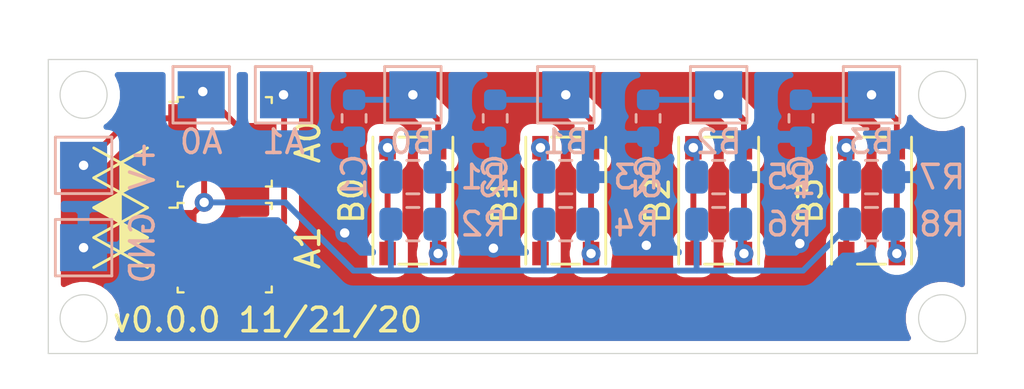
<source format=kicad_pcb>
(kicad_pcb (version 20171130) (host pcbnew "(5.1.6)-1")

  (general
    (thickness 1.6)
    (drawings 9)
    (tracks 86)
    (zones 0)
    (modules 27)
    (nets 13)
  )

  (page A4)
  (layers
    (0 F.Cu signal)
    (31 B.Cu signal)
    (32 B.Adhes user)
    (33 F.Adhes user)
    (34 B.Paste user)
    (35 F.Paste user)
    (36 B.SilkS user)
    (37 F.SilkS user)
    (38 B.Mask user)
    (39 F.Mask user)
    (40 Dwgs.User user)
    (41 Cmts.User user)
    (42 Eco1.User user)
    (43 Eco2.User user)
    (44 Edge.Cuts user)
    (45 Margin user)
    (46 B.CrtYd user)
    (47 F.CrtYd user)
    (48 B.Fab user)
    (49 F.Fab user)
  )

  (setup
    (last_trace_width 0.25)
    (trace_clearance 0.2)
    (zone_clearance 0.508)
    (zone_45_only no)
    (trace_min 0.2)
    (via_size 0.8)
    (via_drill 0.4)
    (via_min_size 0.4)
    (via_min_drill 0.3)
    (uvia_size 0.3)
    (uvia_drill 0.1)
    (uvias_allowed no)
    (uvia_min_size 0.2)
    (uvia_min_drill 0.1)
    (edge_width 0.05)
    (segment_width 0.2)
    (pcb_text_width 0.3)
    (pcb_text_size 1.5 1.5)
    (mod_edge_width 0.12)
    (mod_text_size 1 1)
    (mod_text_width 0.15)
    (pad_size 1.524 1.524)
    (pad_drill 0.762)
    (pad_to_mask_clearance 0.05)
    (aux_axis_origin 0 0)
    (visible_elements 7FFFFFFF)
    (pcbplotparams
      (layerselection 0x010fc_ffffffff)
      (usegerberextensions false)
      (usegerberattributes true)
      (usegerberadvancedattributes true)
      (creategerberjobfile true)
      (excludeedgelayer true)
      (linewidth 0.100000)
      (plotframeref false)
      (viasonmask false)
      (mode 1)
      (useauxorigin false)
      (hpglpennumber 1)
      (hpglpenspeed 20)
      (hpglpendiameter 15.000000)
      (psnegative false)
      (psa4output false)
      (plotreference true)
      (plotvalue true)
      (plotinvisibletext false)
      (padsonsilk false)
      (subtractmaskfromsilk false)
      (outputformat 1)
      (mirror false)
      (drillshape 0)
      (scaleselection 1)
      (outputdirectory "gbr/"))
  )

  (net 0 "")
  (net 1 GND)
  (net 2 B0)
  (net 3 B1)
  (net 4 B2)
  (net 5 B3)
  (net 6 +V)
  (net 7 A0)
  (net 8 A1)
  (net 9 "Net-(R1-Pad1)")
  (net 10 "Net-(R3-Pad1)")
  (net 11 "Net-(R5-Pad1)")
  (net 12 "Net-(R7-Pad1)")

  (net_class Default "This is the default net class."
    (clearance 0.2)
    (trace_width 0.25)
    (via_dia 0.8)
    (via_drill 0.4)
    (uvia_dia 0.3)
    (uvia_drill 0.1)
    (add_net +V)
    (add_net A0)
    (add_net A1)
    (add_net B0)
    (add_net B1)
    (add_net B2)
    (add_net B3)
    (add_net GND)
    (add_net "Net-(R1-Pad1)")
    (add_net "Net-(R3-Pad1)")
    (add_net "Net-(R5-Pad1)")
    (add_net "Net-(R7-Pad1)")
  )

  (module Symbol:Logo_WM (layer F.Cu) (tedit 5EA02B73) (tstamp 5FB9D5BA)
    (at 126.075 76.8 90)
    (fp_text reference REF** (at 0 -2.286 90) (layer F.SilkS) hide
      (effects (font (size 1 1) (thickness 0.15)))
    )
    (fp_text value Logo_WM (at 0 2.032 90) (layer F.Fab)
      (effects (font (size 1 1) (thickness 0.15)))
    )
    (fp_line (start 0 -1.143) (end -0.635 0) (layer F.SilkS) (width 0.12))
    (fp_line (start -0.635 0) (end 0 1.143) (layer F.SilkS) (width 0.12))
    (fp_line (start 0 1.143) (end 0.635 0) (layer F.SilkS) (width 0.12))
    (fp_line (start 0.635 0) (end 0 -1.143) (layer F.SilkS) (width 0.12))
    (fp_line (start 1.905 0) (end 1.27 -1.143) (layer F.SilkS) (width 0.12))
    (fp_line (start 1.27 1.143) (end 1.905 0) (layer F.SilkS) (width 0.12))
    (fp_line (start 0.635 0) (end 1.27 1.143) (layer F.SilkS) (width 0.12))
    (fp_line (start 1.27 -1.143) (end 0.635 0) (layer F.SilkS) (width 0.12))
    (fp_line (start -1.27 1.143) (end -0.635 0) (layer F.SilkS) (width 0.12))
    (fp_line (start -1.27 -1.143) (end -1.905 0) (layer F.SilkS) (width 0.12))
    (fp_line (start -1.905 0) (end -1.27 1.143) (layer F.SilkS) (width 0.12))
    (fp_line (start -0.635 0) (end -1.27 -1.143) (layer F.SilkS) (width 0.12))
    (fp_line (start -1.905 0) (end -2.54 -1.143) (layer F.SilkS) (width 0.12))
    (fp_line (start -2.54 1.143) (end -1.905 0) (layer F.SilkS) (width 0.12))
    (fp_line (start 2.54 -1.143) (end 1.905 0) (layer F.SilkS) (width 0.12))
    (fp_line (start 1.905 0) (end 2.54 1.143) (layer F.SilkS) (width 0.12))
    (fp_poly (pts (xy -1.905 0) (xy -0.635 0) (xy -1.27 1.143)) (layer F.SilkS) (width 0.1))
    (fp_poly (pts (xy -0.635 0) (xy 0.635 0) (xy 0 -1.143)) (layer F.SilkS) (width 0.1))
    (fp_poly (pts (xy 0.635 0) (xy 1.905 0) (xy 1.27 1.143)) (layer F.SilkS) (width 0.1))
  )

  (module TestPoint:TestPoint_Pad_2.0x2.0mm (layer B.Cu) (tedit 5A0F774F) (tstamp 5FB9AB74)
    (at 158 72)
    (descr "SMD rectangular pad as test Point, square 2.0mm side length")
    (tags "test point SMD pad rectangle square")
    (path /5FBC4AC0)
    (attr virtual)
    (fp_text reference B3 (at 0 1.998) (layer B.SilkS)
      (effects (font (size 1 1) (thickness 0.15)) (justify mirror))
    )
    (fp_text value TestPoint (at 0 -2.05) (layer B.Fab)
      (effects (font (size 1 1) (thickness 0.15)) (justify mirror))
    )
    (fp_text user %R (at 0 2) (layer B.Fab)
      (effects (font (size 1 1) (thickness 0.15)) (justify mirror))
    )
    (fp_line (start -1.2 1.2) (end 1.2 1.2) (layer B.SilkS) (width 0.12))
    (fp_line (start 1.2 1.2) (end 1.2 -1.2) (layer B.SilkS) (width 0.12))
    (fp_line (start 1.2 -1.2) (end -1.2 -1.2) (layer B.SilkS) (width 0.12))
    (fp_line (start -1.2 -1.2) (end -1.2 1.2) (layer B.SilkS) (width 0.12))
    (fp_line (start -1.5 1.5) (end 1.5 1.5) (layer B.CrtYd) (width 0.05))
    (fp_line (start -1.5 1.5) (end -1.5 -1.5) (layer B.CrtYd) (width 0.05))
    (fp_line (start 1.5 -1.5) (end 1.5 1.5) (layer B.CrtYd) (width 0.05))
    (fp_line (start 1.5 -1.5) (end -1.5 -1.5) (layer B.CrtYd) (width 0.05))
    (pad 1 smd rect (at 0 0) (size 2 2) (layers B.Cu B.Mask)
      (net 5 B3))
  )

  (module TestPoint:TestPoint_Pad_2.0x2.0mm (layer B.Cu) (tedit 5A0F774F) (tstamp 5FB9AB66)
    (at 151.5 72)
    (descr "SMD rectangular pad as test Point, square 2.0mm side length")
    (tags "test point SMD pad rectangle square")
    (path /5FBC4ABA)
    (attr virtual)
    (fp_text reference B2 (at 0 1.998) (layer B.SilkS)
      (effects (font (size 1 1) (thickness 0.15)) (justify mirror))
    )
    (fp_text value TestPoint (at 0 -2.05) (layer B.Fab)
      (effects (font (size 1 1) (thickness 0.15)) (justify mirror))
    )
    (fp_text user %R (at 0 2) (layer B.Fab)
      (effects (font (size 1 1) (thickness 0.15)) (justify mirror))
    )
    (fp_line (start -1.2 1.2) (end 1.2 1.2) (layer B.SilkS) (width 0.12))
    (fp_line (start 1.2 1.2) (end 1.2 -1.2) (layer B.SilkS) (width 0.12))
    (fp_line (start 1.2 -1.2) (end -1.2 -1.2) (layer B.SilkS) (width 0.12))
    (fp_line (start -1.2 -1.2) (end -1.2 1.2) (layer B.SilkS) (width 0.12))
    (fp_line (start -1.5 1.5) (end 1.5 1.5) (layer B.CrtYd) (width 0.05))
    (fp_line (start -1.5 1.5) (end -1.5 -1.5) (layer B.CrtYd) (width 0.05))
    (fp_line (start 1.5 -1.5) (end 1.5 1.5) (layer B.CrtYd) (width 0.05))
    (fp_line (start 1.5 -1.5) (end -1.5 -1.5) (layer B.CrtYd) (width 0.05))
    (pad 1 smd rect (at 0 0) (size 2 2) (layers B.Cu B.Mask)
      (net 4 B2))
  )

  (module TestPoint:TestPoint_Pad_2.0x2.0mm (layer B.Cu) (tedit 5A0F774F) (tstamp 5FB9AB58)
    (at 145 72)
    (descr "SMD rectangular pad as test Point, square 2.0mm side length")
    (tags "test point SMD pad rectangle square")
    (path /5FBC166F)
    (attr virtual)
    (fp_text reference B1 (at 0 1.998) (layer B.SilkS)
      (effects (font (size 1 1) (thickness 0.15)) (justify mirror))
    )
    (fp_text value TestPoint (at 0 -2.05) (layer B.Fab)
      (effects (font (size 1 1) (thickness 0.15)) (justify mirror))
    )
    (fp_text user %R (at 0 2) (layer B.Fab)
      (effects (font (size 1 1) (thickness 0.15)) (justify mirror))
    )
    (fp_line (start -1.2 1.2) (end 1.2 1.2) (layer B.SilkS) (width 0.12))
    (fp_line (start 1.2 1.2) (end 1.2 -1.2) (layer B.SilkS) (width 0.12))
    (fp_line (start 1.2 -1.2) (end -1.2 -1.2) (layer B.SilkS) (width 0.12))
    (fp_line (start -1.2 -1.2) (end -1.2 1.2) (layer B.SilkS) (width 0.12))
    (fp_line (start -1.5 1.5) (end 1.5 1.5) (layer B.CrtYd) (width 0.05))
    (fp_line (start -1.5 1.5) (end -1.5 -1.5) (layer B.CrtYd) (width 0.05))
    (fp_line (start 1.5 -1.5) (end 1.5 1.5) (layer B.CrtYd) (width 0.05))
    (fp_line (start 1.5 -1.5) (end -1.5 -1.5) (layer B.CrtYd) (width 0.05))
    (pad 1 smd rect (at 0 0) (size 2 2) (layers B.Cu B.Mask)
      (net 3 B1))
  )

  (module TestPoint:TestPoint_Pad_2.0x2.0mm (layer B.Cu) (tedit 5A0F774F) (tstamp 5FB9AB4A)
    (at 138.5 72)
    (descr "SMD rectangular pad as test Point, square 2.0mm side length")
    (tags "test point SMD pad rectangle square")
    (path /5FBC11A1)
    (attr virtual)
    (fp_text reference B0 (at 0 1.998) (layer B.SilkS)
      (effects (font (size 1 1) (thickness 0.15)) (justify mirror))
    )
    (fp_text value TestPoint (at 0 -2.05) (layer B.Fab)
      (effects (font (size 1 1) (thickness 0.15)) (justify mirror))
    )
    (fp_text user %R (at 0 2) (layer B.Fab)
      (effects (font (size 1 1) (thickness 0.15)) (justify mirror))
    )
    (fp_line (start -1.2 1.2) (end 1.2 1.2) (layer B.SilkS) (width 0.12))
    (fp_line (start 1.2 1.2) (end 1.2 -1.2) (layer B.SilkS) (width 0.12))
    (fp_line (start 1.2 -1.2) (end -1.2 -1.2) (layer B.SilkS) (width 0.12))
    (fp_line (start -1.2 -1.2) (end -1.2 1.2) (layer B.SilkS) (width 0.12))
    (fp_line (start -1.5 1.5) (end 1.5 1.5) (layer B.CrtYd) (width 0.05))
    (fp_line (start -1.5 1.5) (end -1.5 -1.5) (layer B.CrtYd) (width 0.05))
    (fp_line (start 1.5 -1.5) (end 1.5 1.5) (layer B.CrtYd) (width 0.05))
    (fp_line (start 1.5 -1.5) (end -1.5 -1.5) (layer B.CrtYd) (width 0.05))
    (pad 1 smd rect (at 0 0) (size 2 2) (layers B.Cu B.Mask)
      (net 2 B0))
  )

  (module TestPoint:TestPoint_Pad_2.0x2.0mm (layer B.Cu) (tedit 5A0F774F) (tstamp 5FB9AB3C)
    (at 133 72)
    (descr "SMD rectangular pad as test Point, square 2.0mm side length")
    (tags "test point SMD pad rectangle square")
    (path /5FBC0B0B)
    (attr virtual)
    (fp_text reference A1 (at 0 1.998) (layer B.SilkS)
      (effects (font (size 1 1) (thickness 0.15)) (justify mirror))
    )
    (fp_text value TestPoint (at 0 -2.05) (layer B.Fab)
      (effects (font (size 1 1) (thickness 0.15)) (justify mirror))
    )
    (fp_text user %R (at 0 2) (layer B.Fab)
      (effects (font (size 1 1) (thickness 0.15)) (justify mirror))
    )
    (fp_line (start -1.2 1.2) (end 1.2 1.2) (layer B.SilkS) (width 0.12))
    (fp_line (start 1.2 1.2) (end 1.2 -1.2) (layer B.SilkS) (width 0.12))
    (fp_line (start 1.2 -1.2) (end -1.2 -1.2) (layer B.SilkS) (width 0.12))
    (fp_line (start -1.2 -1.2) (end -1.2 1.2) (layer B.SilkS) (width 0.12))
    (fp_line (start -1.5 1.5) (end 1.5 1.5) (layer B.CrtYd) (width 0.05))
    (fp_line (start -1.5 1.5) (end -1.5 -1.5) (layer B.CrtYd) (width 0.05))
    (fp_line (start 1.5 -1.5) (end 1.5 1.5) (layer B.CrtYd) (width 0.05))
    (fp_line (start 1.5 -1.5) (end -1.5 -1.5) (layer B.CrtYd) (width 0.05))
    (pad 1 smd rect (at 0 0) (size 2 2) (layers B.Cu B.Mask)
      (net 8 A1))
  )

  (module TestPoint:TestPoint_Pad_2.0x2.0mm (layer B.Cu) (tedit 5A0F774F) (tstamp 5FB9AB2E)
    (at 129.5 72)
    (descr "SMD rectangular pad as test Point, square 2.0mm side length")
    (tags "test point SMD pad rectangle square")
    (path /5FBC04EC)
    (attr virtual)
    (fp_text reference A0 (at 0 1.998) (layer B.SilkS)
      (effects (font (size 1 1) (thickness 0.15)) (justify mirror))
    )
    (fp_text value TestPoint (at 0 -2.05) (layer B.Fab)
      (effects (font (size 1 1) (thickness 0.15)) (justify mirror))
    )
    (fp_text user %R (at 0 2) (layer B.Fab)
      (effects (font (size 1 1) (thickness 0.15)) (justify mirror))
    )
    (fp_line (start -1.2 1.2) (end 1.2 1.2) (layer B.SilkS) (width 0.12))
    (fp_line (start 1.2 1.2) (end 1.2 -1.2) (layer B.SilkS) (width 0.12))
    (fp_line (start 1.2 -1.2) (end -1.2 -1.2) (layer B.SilkS) (width 0.12))
    (fp_line (start -1.2 -1.2) (end -1.2 1.2) (layer B.SilkS) (width 0.12))
    (fp_line (start -1.5 1.5) (end 1.5 1.5) (layer B.CrtYd) (width 0.05))
    (fp_line (start -1.5 1.5) (end -1.5 -1.5) (layer B.CrtYd) (width 0.05))
    (fp_line (start 1.5 -1.5) (end 1.5 1.5) (layer B.CrtYd) (width 0.05))
    (fp_line (start 1.5 -1.5) (end -1.5 -1.5) (layer B.CrtYd) (width 0.05))
    (pad 1 smd rect (at 0 0) (size 2 2) (layers B.Cu B.Mask)
      (net 7 A0))
  )

  (module TestPoint:TestPoint_Pad_2.0x2.0mm (layer B.Cu) (tedit 5A0F774F) (tstamp 5FB9AB20)
    (at 124.5 78.5)
    (descr "SMD rectangular pad as test Point, square 2.0mm side length")
    (tags "test point SMD pad rectangle square")
    (path /5FBBFF4A)
    (attr virtual)
    (fp_text reference GND (at 2.5 0 90) (layer B.SilkS)
      (effects (font (size 1 1) (thickness 0.15)) (justify mirror))
    )
    (fp_text value TestPoint (at 0 -2.05) (layer B.Fab)
      (effects (font (size 1 1) (thickness 0.15)) (justify mirror))
    )
    (fp_text user %R (at 0 2) (layer B.Fab)
      (effects (font (size 1 1) (thickness 0.15)) (justify mirror))
    )
    (fp_line (start -1.2 1.2) (end 1.2 1.2) (layer B.SilkS) (width 0.12))
    (fp_line (start 1.2 1.2) (end 1.2 -1.2) (layer B.SilkS) (width 0.12))
    (fp_line (start 1.2 -1.2) (end -1.2 -1.2) (layer B.SilkS) (width 0.12))
    (fp_line (start -1.2 -1.2) (end -1.2 1.2) (layer B.SilkS) (width 0.12))
    (fp_line (start -1.5 1.5) (end 1.5 1.5) (layer B.CrtYd) (width 0.05))
    (fp_line (start -1.5 1.5) (end -1.5 -1.5) (layer B.CrtYd) (width 0.05))
    (fp_line (start 1.5 -1.5) (end 1.5 1.5) (layer B.CrtYd) (width 0.05))
    (fp_line (start 1.5 -1.5) (end -1.5 -1.5) (layer B.CrtYd) (width 0.05))
    (pad 1 smd rect (at 0 0) (size 2 2) (layers B.Cu B.Mask)
      (net 1 GND))
  )

  (module TestPoint:TestPoint_Pad_2.0x2.0mm (layer B.Cu) (tedit 5A0F774F) (tstamp 5FB9AB12)
    (at 124.5 75)
    (descr "SMD rectangular pad as test Point, square 2.0mm side length")
    (tags "test point SMD pad rectangle square")
    (path /5FBBF506)
    (attr virtual)
    (fp_text reference +V (at 2.5 0 90) (layer B.SilkS)
      (effects (font (size 1 1) (thickness 0.15)) (justify mirror))
    )
    (fp_text value TestPoint (at 0 -2.05) (layer B.Fab)
      (effects (font (size 1 1) (thickness 0.15)) (justify mirror))
    )
    (fp_text user %R (at 0 2) (layer B.Fab)
      (effects (font (size 1 1) (thickness 0.15)) (justify mirror))
    )
    (fp_line (start -1.2 1.2) (end 1.2 1.2) (layer B.SilkS) (width 0.12))
    (fp_line (start 1.2 1.2) (end 1.2 -1.2) (layer B.SilkS) (width 0.12))
    (fp_line (start 1.2 -1.2) (end -1.2 -1.2) (layer B.SilkS) (width 0.12))
    (fp_line (start -1.2 -1.2) (end -1.2 1.2) (layer B.SilkS) (width 0.12))
    (fp_line (start -1.5 1.5) (end 1.5 1.5) (layer B.CrtYd) (width 0.05))
    (fp_line (start -1.5 1.5) (end -1.5 -1.5) (layer B.CrtYd) (width 0.05))
    (fp_line (start 1.5 -1.5) (end 1.5 1.5) (layer B.CrtYd) (width 0.05))
    (fp_line (start 1.5 -1.5) (end -1.5 -1.5) (layer B.CrtYd) (width 0.05))
    (pad 1 smd rect (at 0 0) (size 2 2) (layers B.Cu B.Mask)
      (net 6 +V))
  )

  (module WM_lib:SW_Push_1P1T_Vertical_CK_PTS815 (layer F.Cu) (tedit 5FB97292) (tstamp 5FB9AB04)
    (at 158 76.5 90)
    (descr https://www.ckswitches.com/media/2728/pts815.pdf)
    (path /5FBA9944)
    (attr smd)
    (fp_text reference B3 (at 0 -2.6 90) (layer F.SilkS)
      (effects (font (size 1 1) (thickness 0.15)))
    )
    (fp_text value SW_Push (at 0 2.5 90) (layer F.Fab)
      (effects (font (size 1 1) (thickness 0.15)))
    )
    (fp_arc (start -0.3 0) (end -0.3 -1) (angle -180) (layer Dwgs.User) (width 0.12))
    (fp_arc (start 0.3 0) (end 0.3 1) (angle -180) (layer Dwgs.User) (width 0.12))
    (fp_line (start 1.4 -1.6) (end 2.1 -0.9) (layer Dwgs.User) (width 0.12))
    (fp_line (start -1.4 1.6) (end -2.1 0.9) (layer Dwgs.User) (width 0.12))
    (fp_line (start 2.1 0.9) (end 1.4 1.6) (layer Dwgs.User) (width 0.12))
    (fp_line (start -2.1 -0.9) (end -1.4 -1.6) (layer Dwgs.User) (width 0.12))
    (fp_line (start -0.3 -1) (end 0.3 -1) (layer Dwgs.User) (width 0.12))
    (fp_line (start 0.3 1) (end -0.3 1) (layer Dwgs.User) (width 0.12))
    (fp_line (start -2.1 1.6) (end -2.1 -1.6) (layer Dwgs.User) (width 0.12))
    (fp_line (start 2.1 1.6) (end 2.1 -1.6) (layer Dwgs.User) (width 0.12))
    (fp_line (start -2.1 1.6) (end 2.1 1.6) (layer Dwgs.User) (width 0.12))
    (fp_line (start -2.1 -1.6) (end 2.1 -1.6) (layer Dwgs.User) (width 0.12))
    (fp_line (start -2.7 -0.6) (end -2.7 0.6) (layer F.SilkS) (width 0.12))
    (fp_line (start 2.7 -0.6) (end 2.7 0.6) (layer F.SilkS) (width 0.12))
    (fp_line (start -2.7 1.7) (end 2.7 1.7) (layer F.SilkS) (width 0.12))
    (fp_line (start -2.7 -1.7) (end 2.7 -1.7) (layer F.SilkS) (width 0.12))
    (fp_line (start -2.9 -1.8) (end -2.9 1.8) (layer F.CrtYd) (width 0.12))
    (fp_line (start -2.9 1.8) (end 2.9 1.8) (layer F.CrtYd) (width 0.12))
    (fp_line (start 2.9 1.8) (end 2.9 -1.8) (layer F.CrtYd) (width 0.12))
    (fp_line (start 2.9 -1.8) (end -2.9 -1.8) (layer F.CrtYd) (width 0.12))
    (pad 2 smd rect (at -2.25 1.075 270) (size 1 0.7) (layers F.Cu F.Paste F.Mask)
      (net 5 B3))
    (pad 2 smd rect (at 2.25 1.075 270) (size 1 0.7) (layers F.Cu F.Paste F.Mask)
      (net 5 B3))
    (pad 1 smd rect (at 2.25 -1.075 90) (size 1 0.7) (layers F.Cu F.Paste F.Mask)
      (net 12 "Net-(R7-Pad1)"))
    (pad 1 smd rect (at -2.25 -1.075 90) (size 1 0.7) (layers F.Cu F.Paste F.Mask)
      (net 12 "Net-(R7-Pad1)"))
    (model Z:/project/kicad/custom_libs/models/Switch.3dshapes/PTS815SJK250SMTRLFS.stp
      (at (xyz 0 0 0))
      (scale (xyz 1 1 1))
      (rotate (xyz 0 0 0))
    )
  )

  (module WM_lib:SW_Push_1P1T_Vertical_CK_PTS815 (layer F.Cu) (tedit 5FB97292) (tstamp 5FB9AAE8)
    (at 151.5 76.5 90)
    (descr https://www.ckswitches.com/media/2728/pts815.pdf)
    (path /5FBA8ED3)
    (attr smd)
    (fp_text reference B2 (at 0 -2.6 90) (layer F.SilkS)
      (effects (font (size 1 1) (thickness 0.15)))
    )
    (fp_text value SW_Push (at 0 2.5 90) (layer F.Fab)
      (effects (font (size 1 1) (thickness 0.15)))
    )
    (fp_arc (start -0.3 0) (end -0.3 -1) (angle -180) (layer Dwgs.User) (width 0.12))
    (fp_arc (start 0.3 0) (end 0.3 1) (angle -180) (layer Dwgs.User) (width 0.12))
    (fp_line (start 1.4 -1.6) (end 2.1 -0.9) (layer Dwgs.User) (width 0.12))
    (fp_line (start -1.4 1.6) (end -2.1 0.9) (layer Dwgs.User) (width 0.12))
    (fp_line (start 2.1 0.9) (end 1.4 1.6) (layer Dwgs.User) (width 0.12))
    (fp_line (start -2.1 -0.9) (end -1.4 -1.6) (layer Dwgs.User) (width 0.12))
    (fp_line (start -0.3 -1) (end 0.3 -1) (layer Dwgs.User) (width 0.12))
    (fp_line (start 0.3 1) (end -0.3 1) (layer Dwgs.User) (width 0.12))
    (fp_line (start -2.1 1.6) (end -2.1 -1.6) (layer Dwgs.User) (width 0.12))
    (fp_line (start 2.1 1.6) (end 2.1 -1.6) (layer Dwgs.User) (width 0.12))
    (fp_line (start -2.1 1.6) (end 2.1 1.6) (layer Dwgs.User) (width 0.12))
    (fp_line (start -2.1 -1.6) (end 2.1 -1.6) (layer Dwgs.User) (width 0.12))
    (fp_line (start -2.7 -0.6) (end -2.7 0.6) (layer F.SilkS) (width 0.12))
    (fp_line (start 2.7 -0.6) (end 2.7 0.6) (layer F.SilkS) (width 0.12))
    (fp_line (start -2.7 1.7) (end 2.7 1.7) (layer F.SilkS) (width 0.12))
    (fp_line (start -2.7 -1.7) (end 2.7 -1.7) (layer F.SilkS) (width 0.12))
    (fp_line (start -2.9 -1.8) (end -2.9 1.8) (layer F.CrtYd) (width 0.12))
    (fp_line (start -2.9 1.8) (end 2.9 1.8) (layer F.CrtYd) (width 0.12))
    (fp_line (start 2.9 1.8) (end 2.9 -1.8) (layer F.CrtYd) (width 0.12))
    (fp_line (start 2.9 -1.8) (end -2.9 -1.8) (layer F.CrtYd) (width 0.12))
    (pad 2 smd rect (at -2.25 1.075 270) (size 1 0.7) (layers F.Cu F.Paste F.Mask)
      (net 4 B2))
    (pad 2 smd rect (at 2.25 1.075 270) (size 1 0.7) (layers F.Cu F.Paste F.Mask)
      (net 4 B2))
    (pad 1 smd rect (at 2.25 -1.075 90) (size 1 0.7) (layers F.Cu F.Paste F.Mask)
      (net 11 "Net-(R5-Pad1)"))
    (pad 1 smd rect (at -2.25 -1.075 90) (size 1 0.7) (layers F.Cu F.Paste F.Mask)
      (net 11 "Net-(R5-Pad1)"))
    (model Z:/project/kicad/custom_libs/models/Switch.3dshapes/PTS815SJK250SMTRLFS.stp
      (at (xyz 0 0 0))
      (scale (xyz 1 1 1))
      (rotate (xyz 0 0 0))
    )
  )

  (module WM_lib:SW_Push_1P1T_Vertical_CK_PTS815 (layer F.Cu) (tedit 5FB97292) (tstamp 5FB9AACC)
    (at 145 76.5 90)
    (descr https://www.ckswitches.com/media/2728/pts815.pdf)
    (path /5FBA79BC)
    (attr smd)
    (fp_text reference B1 (at 0 -2.6 90) (layer F.SilkS)
      (effects (font (size 1 1) (thickness 0.15)))
    )
    (fp_text value SW_Push (at 0 2.5 90) (layer F.Fab)
      (effects (font (size 1 1) (thickness 0.15)))
    )
    (fp_arc (start -0.3 0) (end -0.3 -1) (angle -180) (layer Dwgs.User) (width 0.12))
    (fp_arc (start 0.3 0) (end 0.3 1) (angle -180) (layer Dwgs.User) (width 0.12))
    (fp_line (start 1.4 -1.6) (end 2.1 -0.9) (layer Dwgs.User) (width 0.12))
    (fp_line (start -1.4 1.6) (end -2.1 0.9) (layer Dwgs.User) (width 0.12))
    (fp_line (start 2.1 0.9) (end 1.4 1.6) (layer Dwgs.User) (width 0.12))
    (fp_line (start -2.1 -0.9) (end -1.4 -1.6) (layer Dwgs.User) (width 0.12))
    (fp_line (start -0.3 -1) (end 0.3 -1) (layer Dwgs.User) (width 0.12))
    (fp_line (start 0.3 1) (end -0.3 1) (layer Dwgs.User) (width 0.12))
    (fp_line (start -2.1 1.6) (end -2.1 -1.6) (layer Dwgs.User) (width 0.12))
    (fp_line (start 2.1 1.6) (end 2.1 -1.6) (layer Dwgs.User) (width 0.12))
    (fp_line (start -2.1 1.6) (end 2.1 1.6) (layer Dwgs.User) (width 0.12))
    (fp_line (start -2.1 -1.6) (end 2.1 -1.6) (layer Dwgs.User) (width 0.12))
    (fp_line (start -2.7 -0.6) (end -2.7 0.6) (layer F.SilkS) (width 0.12))
    (fp_line (start 2.7 -0.6) (end 2.7 0.6) (layer F.SilkS) (width 0.12))
    (fp_line (start -2.7 1.7) (end 2.7 1.7) (layer F.SilkS) (width 0.12))
    (fp_line (start -2.7 -1.7) (end 2.7 -1.7) (layer F.SilkS) (width 0.12))
    (fp_line (start -2.9 -1.8) (end -2.9 1.8) (layer F.CrtYd) (width 0.12))
    (fp_line (start -2.9 1.8) (end 2.9 1.8) (layer F.CrtYd) (width 0.12))
    (fp_line (start 2.9 1.8) (end 2.9 -1.8) (layer F.CrtYd) (width 0.12))
    (fp_line (start 2.9 -1.8) (end -2.9 -1.8) (layer F.CrtYd) (width 0.12))
    (pad 2 smd rect (at -2.25 1.075 270) (size 1 0.7) (layers F.Cu F.Paste F.Mask)
      (net 3 B1))
    (pad 2 smd rect (at 2.25 1.075 270) (size 1 0.7) (layers F.Cu F.Paste F.Mask)
      (net 3 B1))
    (pad 1 smd rect (at 2.25 -1.075 90) (size 1 0.7) (layers F.Cu F.Paste F.Mask)
      (net 10 "Net-(R3-Pad1)"))
    (pad 1 smd rect (at -2.25 -1.075 90) (size 1 0.7) (layers F.Cu F.Paste F.Mask)
      (net 10 "Net-(R3-Pad1)"))
    (model Z:/project/kicad/custom_libs/models/Switch.3dshapes/PTS815SJK250SMTRLFS.stp
      (at (xyz 0 0 0))
      (scale (xyz 1 1 1))
      (rotate (xyz 0 0 0))
    )
  )

  (module WM_lib:SW_Push_1P1T_Vertical_CK_PTS815 (layer F.Cu) (tedit 5FB97292) (tstamp 5FB9AAB0)
    (at 138.5 76.5 90)
    (descr https://www.ckswitches.com/media/2728/pts815.pdf)
    (path /5FB96D80)
    (attr smd)
    (fp_text reference B0 (at 0 -2.6 90) (layer F.SilkS)
      (effects (font (size 1 1) (thickness 0.15)))
    )
    (fp_text value SW_Push (at 0 2.5 90) (layer F.Fab)
      (effects (font (size 1 1) (thickness 0.15)))
    )
    (fp_arc (start -0.3 0) (end -0.3 -1) (angle -180) (layer Dwgs.User) (width 0.12))
    (fp_arc (start 0.3 0) (end 0.3 1) (angle -180) (layer Dwgs.User) (width 0.12))
    (fp_line (start 1.4 -1.6) (end 2.1 -0.9) (layer Dwgs.User) (width 0.12))
    (fp_line (start -1.4 1.6) (end -2.1 0.9) (layer Dwgs.User) (width 0.12))
    (fp_line (start 2.1 0.9) (end 1.4 1.6) (layer Dwgs.User) (width 0.12))
    (fp_line (start -2.1 -0.9) (end -1.4 -1.6) (layer Dwgs.User) (width 0.12))
    (fp_line (start -0.3 -1) (end 0.3 -1) (layer Dwgs.User) (width 0.12))
    (fp_line (start 0.3 1) (end -0.3 1) (layer Dwgs.User) (width 0.12))
    (fp_line (start -2.1 1.6) (end -2.1 -1.6) (layer Dwgs.User) (width 0.12))
    (fp_line (start 2.1 1.6) (end 2.1 -1.6) (layer Dwgs.User) (width 0.12))
    (fp_line (start -2.1 1.6) (end 2.1 1.6) (layer Dwgs.User) (width 0.12))
    (fp_line (start -2.1 -1.6) (end 2.1 -1.6) (layer Dwgs.User) (width 0.12))
    (fp_line (start -2.7 -0.6) (end -2.7 0.6) (layer F.SilkS) (width 0.12))
    (fp_line (start 2.7 -0.6) (end 2.7 0.6) (layer F.SilkS) (width 0.12))
    (fp_line (start -2.7 1.7) (end 2.7 1.7) (layer F.SilkS) (width 0.12))
    (fp_line (start -2.7 -1.7) (end 2.7 -1.7) (layer F.SilkS) (width 0.12))
    (fp_line (start -2.9 -1.8) (end -2.9 1.8) (layer F.CrtYd) (width 0.12))
    (fp_line (start -2.9 1.8) (end 2.9 1.8) (layer F.CrtYd) (width 0.12))
    (fp_line (start 2.9 1.8) (end 2.9 -1.8) (layer F.CrtYd) (width 0.12))
    (fp_line (start 2.9 -1.8) (end -2.9 -1.8) (layer F.CrtYd) (width 0.12))
    (pad 2 smd rect (at -2.25 1.075 270) (size 1 0.7) (layers F.Cu F.Paste F.Mask)
      (net 2 B0))
    (pad 2 smd rect (at 2.25 1.075 270) (size 1 0.7) (layers F.Cu F.Paste F.Mask)
      (net 2 B0))
    (pad 1 smd rect (at 2.25 -1.075 90) (size 1 0.7) (layers F.Cu F.Paste F.Mask)
      (net 9 "Net-(R1-Pad1)"))
    (pad 1 smd rect (at -2.25 -1.075 90) (size 1 0.7) (layers F.Cu F.Paste F.Mask)
      (net 9 "Net-(R1-Pad1)"))
    (model Z:/project/kicad/custom_libs/models/Switch.3dshapes/PTS815SJK250SMTRLFS.stp
      (at (xyz 0 0 0))
      (scale (xyz 1 1 1))
      (rotate (xyz 0 0 0))
    )
  )

  (module Resistor_SMD:R_0805_2012Metric (layer B.Cu) (tedit 5B36C52B) (tstamp 5FB9AA94)
    (at 158 77.5)
    (descr "Resistor SMD 0805 (2012 Metric), square (rectangular) end terminal, IPC_7351 nominal, (Body size source: https://docs.google.com/spreadsheets/d/1BsfQQcO9C6DZCsRaXUlFlo91Tg2WpOkGARC1WS5S8t0/edit?usp=sharing), generated with kicad-footprint-generator")
    (tags resistor)
    (path /5FBA9959)
    (attr smd)
    (fp_text reference R8 (at 3 0) (layer B.SilkS)
      (effects (font (size 1 1) (thickness 0.15)) (justify mirror))
    )
    (fp_text value 10kR (at 0 -1.65) (layer B.Fab)
      (effects (font (size 1 1) (thickness 0.15)) (justify mirror))
    )
    (fp_text user %R (at 0 0) (layer B.Fab)
      (effects (font (size 0.5 0.5) (thickness 0.08)) (justify mirror))
    )
    (fp_line (start -1 -0.6) (end -1 0.6) (layer B.Fab) (width 0.1))
    (fp_line (start -1 0.6) (end 1 0.6) (layer B.Fab) (width 0.1))
    (fp_line (start 1 0.6) (end 1 -0.6) (layer B.Fab) (width 0.1))
    (fp_line (start 1 -0.6) (end -1 -0.6) (layer B.Fab) (width 0.1))
    (fp_line (start -0.258578 0.71) (end 0.258578 0.71) (layer B.SilkS) (width 0.12))
    (fp_line (start -0.258578 -0.71) (end 0.258578 -0.71) (layer B.SilkS) (width 0.12))
    (fp_line (start -1.68 -0.95) (end -1.68 0.95) (layer B.CrtYd) (width 0.05))
    (fp_line (start -1.68 0.95) (end 1.68 0.95) (layer B.CrtYd) (width 0.05))
    (fp_line (start 1.68 0.95) (end 1.68 -0.95) (layer B.CrtYd) (width 0.05))
    (fp_line (start 1.68 -0.95) (end -1.68 -0.95) (layer B.CrtYd) (width 0.05))
    (pad 2 smd roundrect (at 0.9375 0) (size 0.975 1.4) (layers B.Cu B.Paste B.Mask) (roundrect_rratio 0.25)
      (net 5 B3))
    (pad 1 smd roundrect (at -0.9375 0) (size 0.975 1.4) (layers B.Cu B.Paste B.Mask) (roundrect_rratio 0.25)
      (net 6 +V))
    (model ${KISYS3DMOD}/Resistor_SMD.3dshapes/R_0805_2012Metric.wrl
      (at (xyz 0 0 0))
      (scale (xyz 1 1 1))
      (rotate (xyz 0 0 0))
    )
  )

  (module Resistor_SMD:R_0805_2012Metric (layer B.Cu) (tedit 5B36C52B) (tstamp 5FB9AA83)
    (at 158 75.5)
    (descr "Resistor SMD 0805 (2012 Metric), square (rectangular) end terminal, IPC_7351 nominal, (Body size source: https://docs.google.com/spreadsheets/d/1BsfQQcO9C6DZCsRaXUlFlo91Tg2WpOkGARC1WS5S8t0/edit?usp=sharing), generated with kicad-footprint-generator")
    (tags resistor)
    (path /5FBA994A)
    (attr smd)
    (fp_text reference R7 (at 3 0) (layer B.SilkS)
      (effects (font (size 1 1) (thickness 0.15)) (justify mirror))
    )
    (fp_text value 1kR (at 0 -1.65) (layer B.Fab)
      (effects (font (size 1 1) (thickness 0.15)) (justify mirror))
    )
    (fp_text user %R (at 0 0) (layer B.Fab)
      (effects (font (size 0.5 0.5) (thickness 0.08)) (justify mirror))
    )
    (fp_line (start -1 -0.6) (end -1 0.6) (layer B.Fab) (width 0.1))
    (fp_line (start -1 0.6) (end 1 0.6) (layer B.Fab) (width 0.1))
    (fp_line (start 1 0.6) (end 1 -0.6) (layer B.Fab) (width 0.1))
    (fp_line (start 1 -0.6) (end -1 -0.6) (layer B.Fab) (width 0.1))
    (fp_line (start -0.258578 0.71) (end 0.258578 0.71) (layer B.SilkS) (width 0.12))
    (fp_line (start -0.258578 -0.71) (end 0.258578 -0.71) (layer B.SilkS) (width 0.12))
    (fp_line (start -1.68 -0.95) (end -1.68 0.95) (layer B.CrtYd) (width 0.05))
    (fp_line (start -1.68 0.95) (end 1.68 0.95) (layer B.CrtYd) (width 0.05))
    (fp_line (start 1.68 0.95) (end 1.68 -0.95) (layer B.CrtYd) (width 0.05))
    (fp_line (start 1.68 -0.95) (end -1.68 -0.95) (layer B.CrtYd) (width 0.05))
    (pad 2 smd roundrect (at 0.9375 0) (size 0.975 1.4) (layers B.Cu B.Paste B.Mask) (roundrect_rratio 0.25)
      (net 1 GND))
    (pad 1 smd roundrect (at -0.9375 0) (size 0.975 1.4) (layers B.Cu B.Paste B.Mask) (roundrect_rratio 0.25)
      (net 12 "Net-(R7-Pad1)"))
    (model ${KISYS3DMOD}/Resistor_SMD.3dshapes/R_0805_2012Metric.wrl
      (at (xyz 0 0 0))
      (scale (xyz 1 1 1))
      (rotate (xyz 0 0 0))
    )
  )

  (module Resistor_SMD:R_0805_2012Metric (layer B.Cu) (tedit 5B36C52B) (tstamp 5FB9AA72)
    (at 151.5 77.5)
    (descr "Resistor SMD 0805 (2012 Metric), square (rectangular) end terminal, IPC_7351 nominal, (Body size source: https://docs.google.com/spreadsheets/d/1BsfQQcO9C6DZCsRaXUlFlo91Tg2WpOkGARC1WS5S8t0/edit?usp=sharing), generated with kicad-footprint-generator")
    (tags resistor)
    (path /5FBA8EE8)
    (attr smd)
    (fp_text reference R6 (at 3 0) (layer B.SilkS)
      (effects (font (size 1 1) (thickness 0.15)) (justify mirror))
    )
    (fp_text value 10kR (at 0 -1.65) (layer B.Fab)
      (effects (font (size 1 1) (thickness 0.15)) (justify mirror))
    )
    (fp_text user %R (at 0 0) (layer B.Fab)
      (effects (font (size 0.5 0.5) (thickness 0.08)) (justify mirror))
    )
    (fp_line (start -1 -0.6) (end -1 0.6) (layer B.Fab) (width 0.1))
    (fp_line (start -1 0.6) (end 1 0.6) (layer B.Fab) (width 0.1))
    (fp_line (start 1 0.6) (end 1 -0.6) (layer B.Fab) (width 0.1))
    (fp_line (start 1 -0.6) (end -1 -0.6) (layer B.Fab) (width 0.1))
    (fp_line (start -0.258578 0.71) (end 0.258578 0.71) (layer B.SilkS) (width 0.12))
    (fp_line (start -0.258578 -0.71) (end 0.258578 -0.71) (layer B.SilkS) (width 0.12))
    (fp_line (start -1.68 -0.95) (end -1.68 0.95) (layer B.CrtYd) (width 0.05))
    (fp_line (start -1.68 0.95) (end 1.68 0.95) (layer B.CrtYd) (width 0.05))
    (fp_line (start 1.68 0.95) (end 1.68 -0.95) (layer B.CrtYd) (width 0.05))
    (fp_line (start 1.68 -0.95) (end -1.68 -0.95) (layer B.CrtYd) (width 0.05))
    (pad 2 smd roundrect (at 0.9375 0) (size 0.975 1.4) (layers B.Cu B.Paste B.Mask) (roundrect_rratio 0.25)
      (net 4 B2))
    (pad 1 smd roundrect (at -0.9375 0) (size 0.975 1.4) (layers B.Cu B.Paste B.Mask) (roundrect_rratio 0.25)
      (net 6 +V))
    (model ${KISYS3DMOD}/Resistor_SMD.3dshapes/R_0805_2012Metric.wrl
      (at (xyz 0 0 0))
      (scale (xyz 1 1 1))
      (rotate (xyz 0 0 0))
    )
  )

  (module Resistor_SMD:R_0805_2012Metric (layer B.Cu) (tedit 5B36C52B) (tstamp 5FB9AA61)
    (at 151.5 75.5)
    (descr "Resistor SMD 0805 (2012 Metric), square (rectangular) end terminal, IPC_7351 nominal, (Body size source: https://docs.google.com/spreadsheets/d/1BsfQQcO9C6DZCsRaXUlFlo91Tg2WpOkGARC1WS5S8t0/edit?usp=sharing), generated with kicad-footprint-generator")
    (tags resistor)
    (path /5FBA8ED9)
    (attr smd)
    (fp_text reference R5 (at 3 0) (layer B.SilkS)
      (effects (font (size 1 1) (thickness 0.15)) (justify mirror))
    )
    (fp_text value 1kR (at 0 -1.65) (layer B.Fab)
      (effects (font (size 1 1) (thickness 0.15)) (justify mirror))
    )
    (fp_text user %R (at 0 0) (layer B.Fab)
      (effects (font (size 0.5 0.5) (thickness 0.08)) (justify mirror))
    )
    (fp_line (start -1 -0.6) (end -1 0.6) (layer B.Fab) (width 0.1))
    (fp_line (start -1 0.6) (end 1 0.6) (layer B.Fab) (width 0.1))
    (fp_line (start 1 0.6) (end 1 -0.6) (layer B.Fab) (width 0.1))
    (fp_line (start 1 -0.6) (end -1 -0.6) (layer B.Fab) (width 0.1))
    (fp_line (start -0.258578 0.71) (end 0.258578 0.71) (layer B.SilkS) (width 0.12))
    (fp_line (start -0.258578 -0.71) (end 0.258578 -0.71) (layer B.SilkS) (width 0.12))
    (fp_line (start -1.68 -0.95) (end -1.68 0.95) (layer B.CrtYd) (width 0.05))
    (fp_line (start -1.68 0.95) (end 1.68 0.95) (layer B.CrtYd) (width 0.05))
    (fp_line (start 1.68 0.95) (end 1.68 -0.95) (layer B.CrtYd) (width 0.05))
    (fp_line (start 1.68 -0.95) (end -1.68 -0.95) (layer B.CrtYd) (width 0.05))
    (pad 2 smd roundrect (at 0.9375 0) (size 0.975 1.4) (layers B.Cu B.Paste B.Mask) (roundrect_rratio 0.25)
      (net 1 GND))
    (pad 1 smd roundrect (at -0.9375 0) (size 0.975 1.4) (layers B.Cu B.Paste B.Mask) (roundrect_rratio 0.25)
      (net 11 "Net-(R5-Pad1)"))
    (model ${KISYS3DMOD}/Resistor_SMD.3dshapes/R_0805_2012Metric.wrl
      (at (xyz 0 0 0))
      (scale (xyz 1 1 1))
      (rotate (xyz 0 0 0))
    )
  )

  (module Resistor_SMD:R_0805_2012Metric (layer B.Cu) (tedit 5B36C52B) (tstamp 5FB9AA50)
    (at 145 77.5)
    (descr "Resistor SMD 0805 (2012 Metric), square (rectangular) end terminal, IPC_7351 nominal, (Body size source: https://docs.google.com/spreadsheets/d/1BsfQQcO9C6DZCsRaXUlFlo91Tg2WpOkGARC1WS5S8t0/edit?usp=sharing), generated with kicad-footprint-generator")
    (tags resistor)
    (path /5FBA79D1)
    (attr smd)
    (fp_text reference R4 (at 3 0) (layer B.SilkS)
      (effects (font (size 1 1) (thickness 0.15)) (justify mirror))
    )
    (fp_text value 10kR (at 0 -1.65) (layer B.Fab)
      (effects (font (size 1 1) (thickness 0.15)) (justify mirror))
    )
    (fp_text user %R (at 0 0) (layer B.Fab)
      (effects (font (size 0.5 0.5) (thickness 0.08)) (justify mirror))
    )
    (fp_line (start -1 -0.6) (end -1 0.6) (layer B.Fab) (width 0.1))
    (fp_line (start -1 0.6) (end 1 0.6) (layer B.Fab) (width 0.1))
    (fp_line (start 1 0.6) (end 1 -0.6) (layer B.Fab) (width 0.1))
    (fp_line (start 1 -0.6) (end -1 -0.6) (layer B.Fab) (width 0.1))
    (fp_line (start -0.258578 0.71) (end 0.258578 0.71) (layer B.SilkS) (width 0.12))
    (fp_line (start -0.258578 -0.71) (end 0.258578 -0.71) (layer B.SilkS) (width 0.12))
    (fp_line (start -1.68 -0.95) (end -1.68 0.95) (layer B.CrtYd) (width 0.05))
    (fp_line (start -1.68 0.95) (end 1.68 0.95) (layer B.CrtYd) (width 0.05))
    (fp_line (start 1.68 0.95) (end 1.68 -0.95) (layer B.CrtYd) (width 0.05))
    (fp_line (start 1.68 -0.95) (end -1.68 -0.95) (layer B.CrtYd) (width 0.05))
    (pad 2 smd roundrect (at 0.9375 0) (size 0.975 1.4) (layers B.Cu B.Paste B.Mask) (roundrect_rratio 0.25)
      (net 3 B1))
    (pad 1 smd roundrect (at -0.9375 0) (size 0.975 1.4) (layers B.Cu B.Paste B.Mask) (roundrect_rratio 0.25)
      (net 6 +V))
    (model ${KISYS3DMOD}/Resistor_SMD.3dshapes/R_0805_2012Metric.wrl
      (at (xyz 0 0 0))
      (scale (xyz 1 1 1))
      (rotate (xyz 0 0 0))
    )
  )

  (module Resistor_SMD:R_0805_2012Metric (layer B.Cu) (tedit 5B36C52B) (tstamp 5FB9AA3F)
    (at 145 75.5)
    (descr "Resistor SMD 0805 (2012 Metric), square (rectangular) end terminal, IPC_7351 nominal, (Body size source: https://docs.google.com/spreadsheets/d/1BsfQQcO9C6DZCsRaXUlFlo91Tg2WpOkGARC1WS5S8t0/edit?usp=sharing), generated with kicad-footprint-generator")
    (tags resistor)
    (path /5FBA79C2)
    (attr smd)
    (fp_text reference R3 (at 3 0) (layer B.SilkS)
      (effects (font (size 1 1) (thickness 0.15)) (justify mirror))
    )
    (fp_text value 1kR (at 0 -1.65) (layer B.Fab)
      (effects (font (size 1 1) (thickness 0.15)) (justify mirror))
    )
    (fp_text user %R (at 0 0) (layer B.Fab)
      (effects (font (size 0.5 0.5) (thickness 0.08)) (justify mirror))
    )
    (fp_line (start -1 -0.6) (end -1 0.6) (layer B.Fab) (width 0.1))
    (fp_line (start -1 0.6) (end 1 0.6) (layer B.Fab) (width 0.1))
    (fp_line (start 1 0.6) (end 1 -0.6) (layer B.Fab) (width 0.1))
    (fp_line (start 1 -0.6) (end -1 -0.6) (layer B.Fab) (width 0.1))
    (fp_line (start -0.258578 0.71) (end 0.258578 0.71) (layer B.SilkS) (width 0.12))
    (fp_line (start -0.258578 -0.71) (end 0.258578 -0.71) (layer B.SilkS) (width 0.12))
    (fp_line (start -1.68 -0.95) (end -1.68 0.95) (layer B.CrtYd) (width 0.05))
    (fp_line (start -1.68 0.95) (end 1.68 0.95) (layer B.CrtYd) (width 0.05))
    (fp_line (start 1.68 0.95) (end 1.68 -0.95) (layer B.CrtYd) (width 0.05))
    (fp_line (start 1.68 -0.95) (end -1.68 -0.95) (layer B.CrtYd) (width 0.05))
    (pad 2 smd roundrect (at 0.9375 0) (size 0.975 1.4) (layers B.Cu B.Paste B.Mask) (roundrect_rratio 0.25)
      (net 1 GND))
    (pad 1 smd roundrect (at -0.9375 0) (size 0.975 1.4) (layers B.Cu B.Paste B.Mask) (roundrect_rratio 0.25)
      (net 10 "Net-(R3-Pad1)"))
    (model ${KISYS3DMOD}/Resistor_SMD.3dshapes/R_0805_2012Metric.wrl
      (at (xyz 0 0 0))
      (scale (xyz 1 1 1))
      (rotate (xyz 0 0 0))
    )
  )

  (module Resistor_SMD:R_0805_2012Metric (layer B.Cu) (tedit 5B36C52B) (tstamp 5FB9AA2E)
    (at 138.5 77.5)
    (descr "Resistor SMD 0805 (2012 Metric), square (rectangular) end terminal, IPC_7351 nominal, (Body size source: https://docs.google.com/spreadsheets/d/1BsfQQcO9C6DZCsRaXUlFlo91Tg2WpOkGARC1WS5S8t0/edit?usp=sharing), generated with kicad-footprint-generator")
    (tags resistor)
    (path /5FBA0980)
    (attr smd)
    (fp_text reference R2 (at 3 0) (layer B.SilkS)
      (effects (font (size 1 1) (thickness 0.15)) (justify mirror))
    )
    (fp_text value 10kR (at 0 -1.65) (layer B.Fab)
      (effects (font (size 1 1) (thickness 0.15)) (justify mirror))
    )
    (fp_text user %R (at 0 0) (layer B.Fab)
      (effects (font (size 0.5 0.5) (thickness 0.08)) (justify mirror))
    )
    (fp_line (start -1 -0.6) (end -1 0.6) (layer B.Fab) (width 0.1))
    (fp_line (start -1 0.6) (end 1 0.6) (layer B.Fab) (width 0.1))
    (fp_line (start 1 0.6) (end 1 -0.6) (layer B.Fab) (width 0.1))
    (fp_line (start 1 -0.6) (end -1 -0.6) (layer B.Fab) (width 0.1))
    (fp_line (start -0.258578 0.71) (end 0.258578 0.71) (layer B.SilkS) (width 0.12))
    (fp_line (start -0.258578 -0.71) (end 0.258578 -0.71) (layer B.SilkS) (width 0.12))
    (fp_line (start -1.68 -0.95) (end -1.68 0.95) (layer B.CrtYd) (width 0.05))
    (fp_line (start -1.68 0.95) (end 1.68 0.95) (layer B.CrtYd) (width 0.05))
    (fp_line (start 1.68 0.95) (end 1.68 -0.95) (layer B.CrtYd) (width 0.05))
    (fp_line (start 1.68 -0.95) (end -1.68 -0.95) (layer B.CrtYd) (width 0.05))
    (pad 2 smd roundrect (at 0.9375 0) (size 0.975 1.4) (layers B.Cu B.Paste B.Mask) (roundrect_rratio 0.25)
      (net 2 B0))
    (pad 1 smd roundrect (at -0.9375 0) (size 0.975 1.4) (layers B.Cu B.Paste B.Mask) (roundrect_rratio 0.25)
      (net 6 +V))
    (model ${KISYS3DMOD}/Resistor_SMD.3dshapes/R_0805_2012Metric.wrl
      (at (xyz 0 0 0))
      (scale (xyz 1 1 1))
      (rotate (xyz 0 0 0))
    )
  )

  (module Resistor_SMD:R_0805_2012Metric (layer B.Cu) (tedit 5B36C52B) (tstamp 5FB9AA1D)
    (at 138.5 75.5)
    (descr "Resistor SMD 0805 (2012 Metric), square (rectangular) end terminal, IPC_7351 nominal, (Body size source: https://docs.google.com/spreadsheets/d/1BsfQQcO9C6DZCsRaXUlFlo91Tg2WpOkGARC1WS5S8t0/edit?usp=sharing), generated with kicad-footprint-generator")
    (tags resistor)
    (path /5FB98AFE)
    (attr smd)
    (fp_text reference R1 (at 3 0) (layer B.SilkS)
      (effects (font (size 1 1) (thickness 0.15)) (justify mirror))
    )
    (fp_text value 1kR (at 0 -1.65) (layer B.Fab)
      (effects (font (size 1 1) (thickness 0.15)) (justify mirror))
    )
    (fp_text user %R (at 0 0) (layer B.Fab)
      (effects (font (size 0.5 0.5) (thickness 0.08)) (justify mirror))
    )
    (fp_line (start -1 -0.6) (end -1 0.6) (layer B.Fab) (width 0.1))
    (fp_line (start -1 0.6) (end 1 0.6) (layer B.Fab) (width 0.1))
    (fp_line (start 1 0.6) (end 1 -0.6) (layer B.Fab) (width 0.1))
    (fp_line (start 1 -0.6) (end -1 -0.6) (layer B.Fab) (width 0.1))
    (fp_line (start -0.258578 0.71) (end 0.258578 0.71) (layer B.SilkS) (width 0.12))
    (fp_line (start -0.258578 -0.71) (end 0.258578 -0.71) (layer B.SilkS) (width 0.12))
    (fp_line (start -1.68 -0.95) (end -1.68 0.95) (layer B.CrtYd) (width 0.05))
    (fp_line (start -1.68 0.95) (end 1.68 0.95) (layer B.CrtYd) (width 0.05))
    (fp_line (start 1.68 0.95) (end 1.68 -0.95) (layer B.CrtYd) (width 0.05))
    (fp_line (start 1.68 -0.95) (end -1.68 -0.95) (layer B.CrtYd) (width 0.05))
    (pad 2 smd roundrect (at 0.9375 0) (size 0.975 1.4) (layers B.Cu B.Paste B.Mask) (roundrect_rratio 0.25)
      (net 1 GND))
    (pad 1 smd roundrect (at -0.9375 0) (size 0.975 1.4) (layers B.Cu B.Paste B.Mask) (roundrect_rratio 0.25)
      (net 9 "Net-(R1-Pad1)"))
    (model ${KISYS3DMOD}/Resistor_SMD.3dshapes/R_0805_2012Metric.wrl
      (at (xyz 0 0 0))
      (scale (xyz 1 1 1))
      (rotate (xyz 0 0 0))
    )
  )

  (module digikey-footprints:Trimpot_3.8mmx3.6mm_TC33X-2-103E (layer F.Cu) (tedit 5FB974C1) (tstamp 5FB9AA0C)
    (at 130.5 78.5 270)
    (descr http://www.bourns.com/docs/Product-Datasheets/TC33.pdf)
    (path /5FBA0720)
    (attr smd)
    (fp_text reference A1 (at 0 -3.54 90) (layer F.SilkS)
      (effects (font (size 1 1) (thickness 0.15)))
    )
    (fp_text value TC33X-2-103E (at 0 3.65 90) (layer F.Fab)
      (effects (font (size 1 1) (thickness 0.15)))
    )
    (fp_text user %R (at 0 0 90) (layer F.Fab)
      (effects (font (size 0.5 0.5) (thickness 0.05)))
    )
    (fp_line (start -1.8 1.9) (end 1.8 1.9) (layer F.Fab) (width 0.1))
    (fp_line (start -1.8 -1.9) (end 1.8 -1.9) (layer F.Fab) (width 0.1))
    (fp_line (start -1.8 -1.9) (end -1.8 1.9) (layer F.Fab) (width 0.1))
    (fp_line (start 1.8 1.9) (end 1.8 -1.9) (layer F.Fab) (width 0.1))
    (fp_line (start -1.7 2) (end -1.7 2.35) (layer F.SilkS) (width 0.1))
    (fp_line (start -1.9 2) (end -1.7 2) (layer F.SilkS) (width 0.1))
    (fp_line (start -1.9 1.75) (end -1.9 2) (layer F.SilkS) (width 0.1))
    (fp_line (start 1.9 2) (end 1.9 1.75) (layer F.SilkS) (width 0.1))
    (fp_line (start 1.9 2) (end 1.7 2) (layer F.SilkS) (width 0.1))
    (fp_line (start 1.9 -2) (end 1.65 -2) (layer F.SilkS) (width 0.1))
    (fp_line (start 1.9 -2) (end 1.9 -1.75) (layer F.SilkS) (width 0.1))
    (fp_line (start -1.9 -2) (end -1.65 -2) (layer F.SilkS) (width 0.1))
    (fp_line (start -1.9 -2) (end -1.9 -1.75) (layer F.SilkS) (width 0.1))
    (fp_line (start 2.05 -2.45) (end -2.05 -2.45) (layer F.CrtYd) (width 0.05))
    (fp_line (start 2.05 2.65) (end -2.05 2.65) (layer F.CrtYd) (width 0.05))
    (fp_line (start 2.05 2.65) (end 2.05 -2.45) (layer F.CrtYd) (width 0.05))
    (fp_line (start -2.05 -2.45) (end -2.05 2.65) (layer F.CrtYd) (width 0.05))
    (pad 3 smd rect (at 1 1.8 270) (size 1.2 1.2) (layers F.Cu F.Paste F.Mask)
      (net 1 GND))
    (pad 1 smd rect (at -1 1.8 270) (size 1.2 1.2) (layers F.Cu F.Paste F.Mask)
      (net 6 +V))
    (pad 2 smd rect (at 0 -1.45 270) (size 1.6 1.5) (layers F.Cu F.Paste F.Mask)
      (net 8 A1))
    (model Z:/project/kicad/custom_libs/models/TrimPot.3dshapes/AB2_POT_TRIM.wrl
      (at (xyz 0 0 0))
      (scale (xyz 0.35 0.35 0.35))
      (rotate (xyz 0 0 0))
    )
  )

  (module digikey-footprints:Trimpot_3.8mmx3.6mm_TC33X-2-103E (layer F.Cu) (tedit 5FB974C1) (tstamp 5FB9A9F3)
    (at 130.5 74 270)
    (descr http://www.bourns.com/docs/Product-Datasheets/TC33.pdf)
    (path /5FB94342)
    (attr smd)
    (fp_text reference A0 (at 0 -3.54 90) (layer F.SilkS)
      (effects (font (size 1 1) (thickness 0.15)))
    )
    (fp_text value TC33X-2-103E (at 0 3.65 90) (layer F.Fab)
      (effects (font (size 1 1) (thickness 0.15)))
    )
    (fp_text user %R (at 0 0 90) (layer F.Fab)
      (effects (font (size 0.5 0.5) (thickness 0.05)))
    )
    (fp_line (start -1.8 1.9) (end 1.8 1.9) (layer F.Fab) (width 0.1))
    (fp_line (start -1.8 -1.9) (end 1.8 -1.9) (layer F.Fab) (width 0.1))
    (fp_line (start -1.8 -1.9) (end -1.8 1.9) (layer F.Fab) (width 0.1))
    (fp_line (start 1.8 1.9) (end 1.8 -1.9) (layer F.Fab) (width 0.1))
    (fp_line (start -1.7 2) (end -1.7 2.35) (layer F.SilkS) (width 0.1))
    (fp_line (start -1.9 2) (end -1.7 2) (layer F.SilkS) (width 0.1))
    (fp_line (start -1.9 1.75) (end -1.9 2) (layer F.SilkS) (width 0.1))
    (fp_line (start 1.9 2) (end 1.9 1.75) (layer F.SilkS) (width 0.1))
    (fp_line (start 1.9 2) (end 1.7 2) (layer F.SilkS) (width 0.1))
    (fp_line (start 1.9 -2) (end 1.65 -2) (layer F.SilkS) (width 0.1))
    (fp_line (start 1.9 -2) (end 1.9 -1.75) (layer F.SilkS) (width 0.1))
    (fp_line (start -1.9 -2) (end -1.65 -2) (layer F.SilkS) (width 0.1))
    (fp_line (start -1.9 -2) (end -1.9 -1.75) (layer F.SilkS) (width 0.1))
    (fp_line (start 2.05 -2.45) (end -2.05 -2.45) (layer F.CrtYd) (width 0.05))
    (fp_line (start 2.05 2.65) (end -2.05 2.65) (layer F.CrtYd) (width 0.05))
    (fp_line (start 2.05 2.65) (end 2.05 -2.45) (layer F.CrtYd) (width 0.05))
    (fp_line (start -2.05 -2.45) (end -2.05 2.65) (layer F.CrtYd) (width 0.05))
    (pad 3 smd rect (at 1 1.8 270) (size 1.2 1.2) (layers F.Cu F.Paste F.Mask)
      (net 1 GND))
    (pad 1 smd rect (at -1 1.8 270) (size 1.2 1.2) (layers F.Cu F.Paste F.Mask)
      (net 6 +V))
    (pad 2 smd rect (at 0 -1.45 270) (size 1.6 1.5) (layers F.Cu F.Paste F.Mask)
      (net 7 A0))
    (model Z:/project/kicad/custom_libs/models/TrimPot.3dshapes/AB2_POT_TRIM.wrl
      (at (xyz 0 0 0))
      (scale (xyz 0.35 0.35 0.35))
      (rotate (xyz 0 0 0))
    )
  )

  (module Capacitor_SMD:C_0603_1608Metric (layer B.Cu) (tedit 5B301BBE) (tstamp 5FB9A9DA)
    (at 155 73 270)
    (descr "Capacitor SMD 0603 (1608 Metric), square (rectangular) end terminal, IPC_7351 nominal, (Body size source: http://www.tortai-tech.com/upload/download/2011102023233369053.pdf), generated with kicad-footprint-generator")
    (tags capacitor)
    (path /5FBA9953)
    (attr smd)
    (fp_text reference C4 (at 2.5 0 90) (layer B.SilkS)
      (effects (font (size 1 1) (thickness 0.15)) (justify mirror))
    )
    (fp_text value 0.1pF (at 0 -1.43 90) (layer B.Fab)
      (effects (font (size 1 1) (thickness 0.15)) (justify mirror))
    )
    (fp_text user %R (at 0 0 90) (layer B.Fab)
      (effects (font (size 0.4 0.4) (thickness 0.06)) (justify mirror))
    )
    (fp_line (start -0.8 -0.4) (end -0.8 0.4) (layer B.Fab) (width 0.1))
    (fp_line (start -0.8 0.4) (end 0.8 0.4) (layer B.Fab) (width 0.1))
    (fp_line (start 0.8 0.4) (end 0.8 -0.4) (layer B.Fab) (width 0.1))
    (fp_line (start 0.8 -0.4) (end -0.8 -0.4) (layer B.Fab) (width 0.1))
    (fp_line (start -0.162779 0.51) (end 0.162779 0.51) (layer B.SilkS) (width 0.12))
    (fp_line (start -0.162779 -0.51) (end 0.162779 -0.51) (layer B.SilkS) (width 0.12))
    (fp_line (start -1.48 -0.73) (end -1.48 0.73) (layer B.CrtYd) (width 0.05))
    (fp_line (start -1.48 0.73) (end 1.48 0.73) (layer B.CrtYd) (width 0.05))
    (fp_line (start 1.48 0.73) (end 1.48 -0.73) (layer B.CrtYd) (width 0.05))
    (fp_line (start 1.48 -0.73) (end -1.48 -0.73) (layer B.CrtYd) (width 0.05))
    (pad 2 smd roundrect (at 0.7875 0 270) (size 0.875 0.95) (layers B.Cu B.Paste B.Mask) (roundrect_rratio 0.25)
      (net 1 GND))
    (pad 1 smd roundrect (at -0.7875 0 270) (size 0.875 0.95) (layers B.Cu B.Paste B.Mask) (roundrect_rratio 0.25)
      (net 5 B3))
    (model ${KISYS3DMOD}/Capacitor_SMD.3dshapes/C_0603_1608Metric.wrl
      (at (xyz 0 0 0))
      (scale (xyz 1 1 1))
      (rotate (xyz 0 0 0))
    )
  )

  (module Capacitor_SMD:C_0603_1608Metric (layer B.Cu) (tedit 5B301BBE) (tstamp 5FB9A9C9)
    (at 148.5 73 270)
    (descr "Capacitor SMD 0603 (1608 Metric), square (rectangular) end terminal, IPC_7351 nominal, (Body size source: http://www.tortai-tech.com/upload/download/2011102023233369053.pdf), generated with kicad-footprint-generator")
    (tags capacitor)
    (path /5FBA8EE2)
    (attr smd)
    (fp_text reference C3 (at 2.5 0 270) (layer B.SilkS)
      (effects (font (size 1 1) (thickness 0.15)) (justify mirror))
    )
    (fp_text value 0.1pF (at 0 -1.43 270) (layer B.Fab)
      (effects (font (size 1 1) (thickness 0.15)) (justify mirror))
    )
    (fp_text user %R (at 0 0 270) (layer B.Fab)
      (effects (font (size 0.4 0.4) (thickness 0.06)) (justify mirror))
    )
    (fp_line (start -0.8 -0.4) (end -0.8 0.4) (layer B.Fab) (width 0.1))
    (fp_line (start -0.8 0.4) (end 0.8 0.4) (layer B.Fab) (width 0.1))
    (fp_line (start 0.8 0.4) (end 0.8 -0.4) (layer B.Fab) (width 0.1))
    (fp_line (start 0.8 -0.4) (end -0.8 -0.4) (layer B.Fab) (width 0.1))
    (fp_line (start -0.162779 0.51) (end 0.162779 0.51) (layer B.SilkS) (width 0.12))
    (fp_line (start -0.162779 -0.51) (end 0.162779 -0.51) (layer B.SilkS) (width 0.12))
    (fp_line (start -1.48 -0.73) (end -1.48 0.73) (layer B.CrtYd) (width 0.05))
    (fp_line (start -1.48 0.73) (end 1.48 0.73) (layer B.CrtYd) (width 0.05))
    (fp_line (start 1.48 0.73) (end 1.48 -0.73) (layer B.CrtYd) (width 0.05))
    (fp_line (start 1.48 -0.73) (end -1.48 -0.73) (layer B.CrtYd) (width 0.05))
    (pad 2 smd roundrect (at 0.7875 0 270) (size 0.875 0.95) (layers B.Cu B.Paste B.Mask) (roundrect_rratio 0.25)
      (net 1 GND))
    (pad 1 smd roundrect (at -0.7875 0 270) (size 0.875 0.95) (layers B.Cu B.Paste B.Mask) (roundrect_rratio 0.25)
      (net 4 B2))
    (model ${KISYS3DMOD}/Capacitor_SMD.3dshapes/C_0603_1608Metric.wrl
      (at (xyz 0 0 0))
      (scale (xyz 1 1 1))
      (rotate (xyz 0 0 0))
    )
  )

  (module Capacitor_SMD:C_0603_1608Metric (layer B.Cu) (tedit 5B301BBE) (tstamp 5FB9A9B8)
    (at 142 73 270)
    (descr "Capacitor SMD 0603 (1608 Metric), square (rectangular) end terminal, IPC_7351 nominal, (Body size source: http://www.tortai-tech.com/upload/download/2011102023233369053.pdf), generated with kicad-footprint-generator")
    (tags capacitor)
    (path /5FBA79CB)
    (attr smd)
    (fp_text reference C2 (at 2.5 0 90) (layer B.SilkS)
      (effects (font (size 1 1) (thickness 0.15)) (justify mirror))
    )
    (fp_text value 0.1pF (at 0 -1.43 90) (layer B.Fab)
      (effects (font (size 1 1) (thickness 0.15)) (justify mirror))
    )
    (fp_text user %R (at 0 0 90) (layer B.Fab)
      (effects (font (size 0.4 0.4) (thickness 0.06)) (justify mirror))
    )
    (fp_line (start -0.8 -0.4) (end -0.8 0.4) (layer B.Fab) (width 0.1))
    (fp_line (start -0.8 0.4) (end 0.8 0.4) (layer B.Fab) (width 0.1))
    (fp_line (start 0.8 0.4) (end 0.8 -0.4) (layer B.Fab) (width 0.1))
    (fp_line (start 0.8 -0.4) (end -0.8 -0.4) (layer B.Fab) (width 0.1))
    (fp_line (start -0.162779 0.51) (end 0.162779 0.51) (layer B.SilkS) (width 0.12))
    (fp_line (start -0.162779 -0.51) (end 0.162779 -0.51) (layer B.SilkS) (width 0.12))
    (fp_line (start -1.48 -0.73) (end -1.48 0.73) (layer B.CrtYd) (width 0.05))
    (fp_line (start -1.48 0.73) (end 1.48 0.73) (layer B.CrtYd) (width 0.05))
    (fp_line (start 1.48 0.73) (end 1.48 -0.73) (layer B.CrtYd) (width 0.05))
    (fp_line (start 1.48 -0.73) (end -1.48 -0.73) (layer B.CrtYd) (width 0.05))
    (pad 2 smd roundrect (at 0.7875 0 270) (size 0.875 0.95) (layers B.Cu B.Paste B.Mask) (roundrect_rratio 0.25)
      (net 1 GND))
    (pad 1 smd roundrect (at -0.7875 0 270) (size 0.875 0.95) (layers B.Cu B.Paste B.Mask) (roundrect_rratio 0.25)
      (net 3 B1))
    (model ${KISYS3DMOD}/Capacitor_SMD.3dshapes/C_0603_1608Metric.wrl
      (at (xyz 0 0 0))
      (scale (xyz 1 1 1))
      (rotate (xyz 0 0 0))
    )
  )

  (module Capacitor_SMD:C_0603_1608Metric (layer B.Cu) (tedit 5B301BBE) (tstamp 5FB9A9A7)
    (at 136 73 270)
    (descr "Capacitor SMD 0603 (1608 Metric), square (rectangular) end terminal, IPC_7351 nominal, (Body size source: http://www.tortai-tech.com/upload/download/2011102023233369053.pdf), generated with kicad-footprint-generator")
    (tags capacitor)
    (path /5FB9C2D8)
    (attr smd)
    (fp_text reference C1 (at 2.5 0 90) (layer B.SilkS)
      (effects (font (size 1 1) (thickness 0.15)) (justify mirror))
    )
    (fp_text value 0.1pF (at 0 -1.43 90) (layer B.Fab)
      (effects (font (size 1 1) (thickness 0.15)) (justify mirror))
    )
    (fp_text user %R (at 0 0 90) (layer B.Fab)
      (effects (font (size 0.4 0.4) (thickness 0.06)) (justify mirror))
    )
    (fp_line (start -0.8 -0.4) (end -0.8 0.4) (layer B.Fab) (width 0.1))
    (fp_line (start -0.8 0.4) (end 0.8 0.4) (layer B.Fab) (width 0.1))
    (fp_line (start 0.8 0.4) (end 0.8 -0.4) (layer B.Fab) (width 0.1))
    (fp_line (start 0.8 -0.4) (end -0.8 -0.4) (layer B.Fab) (width 0.1))
    (fp_line (start -0.162779 0.51) (end 0.162779 0.51) (layer B.SilkS) (width 0.12))
    (fp_line (start -0.162779 -0.51) (end 0.162779 -0.51) (layer B.SilkS) (width 0.12))
    (fp_line (start -1.48 -0.73) (end -1.48 0.73) (layer B.CrtYd) (width 0.05))
    (fp_line (start -1.48 0.73) (end 1.48 0.73) (layer B.CrtYd) (width 0.05))
    (fp_line (start 1.48 0.73) (end 1.48 -0.73) (layer B.CrtYd) (width 0.05))
    (fp_line (start 1.48 -0.73) (end -1.48 -0.73) (layer B.CrtYd) (width 0.05))
    (pad 2 smd roundrect (at 0.7875 0 270) (size 0.875 0.95) (layers B.Cu B.Paste B.Mask) (roundrect_rratio 0.25)
      (net 1 GND))
    (pad 1 smd roundrect (at -0.7875 0 270) (size 0.875 0.95) (layers B.Cu B.Paste B.Mask) (roundrect_rratio 0.25)
      (net 2 B0))
    (model ${KISYS3DMOD}/Capacitor_SMD.3dshapes/C_0603_1608Metric.wrl
      (at (xyz 0 0 0))
      (scale (xyz 1 1 1))
      (rotate (xyz 0 0 0))
    )
  )

  (gr_text "v0.0.0 11/21/20" (at 132.325 81.575) (layer F.SilkS)
    (effects (font (size 1 1) (thickness 0.15)))
  )
  (gr_circle (center 124.5 81.5) (end 124.5 80.5) (layer Edge.Cuts) (width 0.05) (tstamp 5FB9BD97))
  (gr_circle (center 124.5 72) (end 124.5 71) (layer Edge.Cuts) (width 0.05) (tstamp 5FB9BD97))
  (gr_circle (center 161 72) (end 161 71) (layer Edge.Cuts) (width 0.05))
  (gr_circle (center 161 81.5) (end 161 80.5) (layer Edge.Cuts) (width 0.05))
  (gr_line (start 162.5 83) (end 162.5 70.5) (layer Edge.Cuts) (width 0.05) (tstamp 5FB9BD6F))
  (gr_line (start 123 83) (end 162.5 83) (layer Edge.Cuts) (width 0.05))
  (gr_line (start 123 70.5) (end 123 83) (layer Edge.Cuts) (width 0.05))
  (gr_line (start 123 70.5) (end 162.5 70.5) (layer Edge.Cuts) (width 0.05))

  (via (at 124.5 78.5) (size 0.8) (drill 0.4) (layers F.Cu B.Cu) (net 1))
  (segment (start 128.7 75.5) (end 128.7 75.5) (width 0.25) (layer F.Cu) (net 1))
  (via (at 141.925 78.525) (size 0.8) (drill 0.4) (layers F.Cu B.Cu) (net 1))
  (via (at 135.6 77.875) (size 0.8) (drill 0.4) (layers F.Cu B.Cu) (net 1))
  (via (at 148.425 78.4) (size 0.8) (drill 0.4) (layers F.Cu B.Cu) (net 1))
  (via (at 154.95 78.325) (size 0.8) (drill 0.4) (layers F.Cu B.Cu) (net 1))
  (segment (start 139.575 74.25) (end 139.575 78.75) (width 0.25) (layer F.Cu) (net 2))
  (via (at 139.575 78.75) (size 0.8) (drill 0.4) (layers F.Cu B.Cu) (net 2))
  (segment (start 139.4375 77.5) (end 139.4375 78.6125) (width 0.25) (layer B.Cu) (net 2))
  (segment (start 139.4375 78.6125) (end 139.575 78.75) (width 0.25) (layer B.Cu) (net 2))
  (segment (start 138.2875 72.2125) (end 138.5 72) (width 0.25) (layer B.Cu) (net 2))
  (segment (start 136 72.2125) (end 138.2875 72.2125) (width 0.25) (layer B.Cu) (net 2))
  (via (at 138.5 72) (size 0.8) (drill 0.4) (layers F.Cu B.Cu) (net 2))
  (segment (start 139.575 74.25) (end 139.575 73.075) (width 0.25) (layer F.Cu) (net 2))
  (segment (start 139.575 73.075) (end 138.5 72) (width 0.25) (layer F.Cu) (net 2))
  (segment (start 146.075 78.75) (end 146.075 74.25) (width 0.25) (layer F.Cu) (net 3))
  (via (at 146.075 78.75) (size 0.8) (drill 0.4) (layers F.Cu B.Cu) (net 3))
  (segment (start 145.9375 77.5) (end 145.9375 78.6125) (width 0.25) (layer B.Cu) (net 3))
  (segment (start 145.9375 78.6125) (end 146.075 78.75) (width 0.25) (layer B.Cu) (net 3))
  (segment (start 144.7875 72.2125) (end 145 72) (width 0.25) (layer B.Cu) (net 3))
  (segment (start 142 72.2125) (end 144.7875 72.2125) (width 0.25) (layer B.Cu) (net 3))
  (via (at 145 72) (size 0.8) (drill 0.4) (layers F.Cu B.Cu) (net 3))
  (segment (start 146.075 74.25) (end 146.075 73.075) (width 0.25) (layer F.Cu) (net 3))
  (segment (start 146.075 73.075) (end 145 72) (width 0.25) (layer F.Cu) (net 3))
  (segment (start 152.575 78.75) (end 152.575 74.25) (width 0.25) (layer F.Cu) (net 4))
  (segment (start 152.4375 77.5) (end 152.4375 78.6125) (width 0.25) (layer B.Cu) (net 4))
  (via (at 152.575 78.75) (size 0.8) (drill 0.4) (layers F.Cu B.Cu) (net 4))
  (segment (start 152.4375 78.6125) (end 152.575 78.75) (width 0.25) (layer B.Cu) (net 4))
  (segment (start 151.2875 72.2125) (end 151.5 72) (width 0.25) (layer B.Cu) (net 4))
  (segment (start 148.5 72.2125) (end 151.2875 72.2125) (width 0.25) (layer B.Cu) (net 4))
  (via (at 151.5 72) (size 0.8) (drill 0.4) (layers F.Cu B.Cu) (net 4))
  (segment (start 152.575 74.25) (end 152.575 73.075) (width 0.25) (layer F.Cu) (net 4))
  (segment (start 152.575 73.075) (end 151.5 72) (width 0.25) (layer F.Cu) (net 4))
  (segment (start 159.075 78.75) (end 159.075 74.25) (width 0.25) (layer F.Cu) (net 5))
  (via (at 159.075 78.75) (size 0.8) (drill 0.4) (layers F.Cu B.Cu) (net 5))
  (segment (start 158.9375 77.5) (end 158.9375 78.6125) (width 0.25) (layer B.Cu) (net 5))
  (segment (start 158.9375 78.6125) (end 159.075 78.75) (width 0.25) (layer B.Cu) (net 5))
  (segment (start 157.7875 72.2125) (end 158 72) (width 0.25) (layer B.Cu) (net 5))
  (segment (start 155 72.2125) (end 157.7875 72.2125) (width 0.25) (layer B.Cu) (net 5))
  (via (at 158 72) (size 0.8) (drill 0.4) (layers F.Cu B.Cu) (net 5))
  (segment (start 159.075 74.25) (end 159.075 73.075) (width 0.25) (layer F.Cu) (net 5))
  (segment (start 159.075 73.075) (end 158 72) (width 0.25) (layer F.Cu) (net 5))
  (via (at 124.5 75) (size 0.8) (drill 0.4) (layers F.Cu B.Cu) (net 6))
  (segment (start 128.7 73) (end 126.5 73) (width 0.25) (layer F.Cu) (net 6))
  (segment (start 126.5 73) (end 124.5 75) (width 0.25) (layer F.Cu) (net 6))
  (segment (start 129.625001 73.925001) (end 128.7 73) (width 0.25) (layer F.Cu) (net 6))
  (segment (start 129.625001 76.574999) (end 129.625001 76.574999) (width 0.25) (layer F.Cu) (net 6))
  (segment (start 128.7 77.5) (end 129.625001 76.574999) (width 0.25) (layer F.Cu) (net 6))
  (segment (start 129.625001 76.574999) (end 129.625001 73.925001) (width 0.25) (layer F.Cu) (net 6) (tstamp 5FB9D0E4))
  (via (at 129.625001 76.574999) (size 0.8) (drill 0.4) (layers F.Cu B.Cu) (net 6))
  (segment (start 129.625001 76.574999) (end 133.074999 76.574999) (width 0.25) (layer B.Cu) (net 6))
  (segment (start 155.087499 79.475001) (end 157.0625 77.5) (width 0.25) (layer B.Cu) (net 6))
  (segment (start 133.074999 76.574999) (end 135.975001 79.475001) (width 0.25) (layer B.Cu) (net 6))
  (segment (start 150.5625 79.462502) (end 150.574999 79.475001) (width 0.25) (layer B.Cu) (net 6))
  (segment (start 150.5625 77.5) (end 150.5625 79.462502) (width 0.25) (layer B.Cu) (net 6))
  (segment (start 150.574999 79.475001) (end 155.087499 79.475001) (width 0.25) (layer B.Cu) (net 6))
  (segment (start 144.0625 79.4625) (end 144.075001 79.475001) (width 0.25) (layer B.Cu) (net 6))
  (segment (start 144.0625 77.5) (end 144.0625 79.4625) (width 0.25) (layer B.Cu) (net 6))
  (segment (start 144.075001 79.475001) (end 150.574999 79.475001) (width 0.25) (layer B.Cu) (net 6))
  (segment (start 137.5625 77.5) (end 137.5625 79.437502) (width 0.25) (layer B.Cu) (net 6))
  (segment (start 135.975001 79.475001) (end 137.525001 79.475001) (width 0.25) (layer B.Cu) (net 6))
  (segment (start 137.5625 79.437502) (end 137.525001 79.475001) (width 0.25) (layer B.Cu) (net 6))
  (segment (start 137.525001 79.475001) (end 144.075001 79.475001) (width 0.25) (layer B.Cu) (net 6))
  (via (at 129.568329 71.863342) (size 0.8) (drill 0.4) (layers F.Cu B.Cu) (net 7))
  (segment (start 131.95 74) (end 131.704987 74) (width 0.25) (layer F.Cu) (net 7))
  (segment (start 131.704987 74) (end 129.568329 71.863342) (width 0.25) (layer F.Cu) (net 7))
  (via (at 133 72) (size 0.8) (drill 0.4) (layers F.Cu B.Cu) (net 8))
  (segment (start 133.025001 72.025001) (end 133 72) (width 0.25) (layer F.Cu) (net 8))
  (segment (start 133.025001 77.424999) (end 133.025001 72.025001) (width 0.25) (layer F.Cu) (net 8))
  (segment (start 131.95 78.5) (end 133.025001 77.424999) (width 0.25) (layer F.Cu) (net 8))
  (segment (start 137.425 74.25) (end 137.425 78.75) (width 0.25) (layer F.Cu) (net 9))
  (via (at 137.425 74.25) (size 0.8) (drill 0.4) (layers F.Cu B.Cu) (net 9))
  (segment (start 137.5625 75.5) (end 137.5625 74.3875) (width 0.25) (layer B.Cu) (net 9))
  (segment (start 137.5625 74.3875) (end 137.425 74.25) (width 0.25) (layer B.Cu) (net 9))
  (segment (start 143.925 74.25) (end 143.925 78.75) (width 0.25) (layer F.Cu) (net 10))
  (via (at 143.925 74.25) (size 0.8) (drill 0.4) (layers F.Cu B.Cu) (net 10))
  (segment (start 144.0625 75.5) (end 144.0625 74.3875) (width 0.25) (layer B.Cu) (net 10))
  (segment (start 144.0625 74.3875) (end 143.925 74.25) (width 0.25) (layer B.Cu) (net 10))
  (segment (start 150.425 74.25) (end 150.425 78.75) (width 0.25) (layer F.Cu) (net 11))
  (via (at 150.425 74.25) (size 0.8) (drill 0.4) (layers F.Cu B.Cu) (net 11))
  (segment (start 150.5625 75.5) (end 150.5625 74.3875) (width 0.25) (layer B.Cu) (net 11))
  (segment (start 150.5625 74.3875) (end 150.425 74.25) (width 0.25) (layer B.Cu) (net 11))
  (segment (start 156.925 74.25) (end 156.925 78.75) (width 0.25) (layer F.Cu) (net 12))
  (via (at 156.925 74.25) (size 0.8) (drill 0.4) (layers F.Cu B.Cu) (net 12))
  (segment (start 157.0625 75.5) (end 157.0625 74.3875) (width 0.25) (layer B.Cu) (net 12))
  (segment (start 157.0625 74.3875) (end 156.925 74.25) (width 0.25) (layer B.Cu) (net 12))

  (zone (net 1) (net_name GND) (layer F.Cu) (tstamp 5FB9D769) (hatch edge 0.508)
    (connect_pads (clearance 0.508))
    (min_thickness 0.254)
    (fill yes (arc_segments 32) (thermal_gap 0.508) (thermal_bridge_width 0.508))
    (polygon
      (pts
        (xy 164.5 72) (xy 163 72) (xy 163 83.5) (xy 122.5 83.5) (xy 122.5 70)
        (xy 164.5 70)
      )
    )
    (filled_polygon
      (pts
        (xy 137.840226 71.196063) (xy 137.696063 71.340226) (xy 137.582795 71.509744) (xy 137.504774 71.698102) (xy 137.465 71.898061)
        (xy 137.465 72.101939) (xy 137.504774 72.301898) (xy 137.582795 72.490256) (xy 137.696063 72.659774) (xy 137.840226 72.803937)
        (xy 138.009744 72.917205) (xy 138.198102 72.995226) (xy 138.398061 73.035) (xy 138.460199 73.035) (xy 138.751367 73.326168)
        (xy 138.694463 73.395506) (xy 138.635498 73.50582) (xy 138.599188 73.625518) (xy 138.586928 73.75) (xy 138.586928 74.75)
        (xy 138.599188 74.874482) (xy 138.635498 74.99418) (xy 138.694463 75.104494) (xy 138.773815 75.201185) (xy 138.815 75.234985)
        (xy 138.815001 77.765015) (xy 138.773815 77.798815) (xy 138.694463 77.895506) (xy 138.635498 78.00582) (xy 138.599188 78.125518)
        (xy 138.586928 78.25) (xy 138.586928 78.430831) (xy 138.579774 78.448102) (xy 138.54 78.648061) (xy 138.54 78.851939)
        (xy 138.579774 79.051898) (xy 138.586928 79.069169) (xy 138.586928 79.25) (xy 138.599188 79.374482) (xy 138.635498 79.49418)
        (xy 138.694463 79.604494) (xy 138.773815 79.701185) (xy 138.870506 79.780537) (xy 138.98082 79.839502) (xy 139.100518 79.875812)
        (xy 139.225 79.888072) (xy 139.925 79.888072) (xy 140.049482 79.875812) (xy 140.16918 79.839502) (xy 140.279494 79.780537)
        (xy 140.376185 79.701185) (xy 140.455537 79.604494) (xy 140.514502 79.49418) (xy 140.550812 79.374482) (xy 140.563072 79.25)
        (xy 140.563072 79.069169) (xy 140.570226 79.051898) (xy 140.61 78.851939) (xy 140.61 78.648061) (xy 140.570226 78.448102)
        (xy 140.563072 78.430831) (xy 140.563072 78.25) (xy 140.550812 78.125518) (xy 140.514502 78.00582) (xy 140.455537 77.895506)
        (xy 140.376185 77.798815) (xy 140.335 77.765015) (xy 140.335 75.234985) (xy 140.376185 75.201185) (xy 140.455537 75.104494)
        (xy 140.514502 74.99418) (xy 140.550812 74.874482) (xy 140.563072 74.75) (xy 140.563072 74.148061) (xy 142.89 74.148061)
        (xy 142.89 74.351939) (xy 142.929774 74.551898) (xy 142.936928 74.569169) (xy 142.936928 74.75) (xy 142.949188 74.874482)
        (xy 142.985498 74.99418) (xy 143.044463 75.104494) (xy 143.123815 75.201185) (xy 143.165 75.234985) (xy 143.165001 77.765015)
        (xy 143.123815 77.798815) (xy 143.044463 77.895506) (xy 142.985498 78.00582) (xy 142.949188 78.125518) (xy 142.936928 78.25)
        (xy 142.936928 79.25) (xy 142.949188 79.374482) (xy 142.985498 79.49418) (xy 143.044463 79.604494) (xy 143.123815 79.701185)
        (xy 143.220506 79.780537) (xy 143.33082 79.839502) (xy 143.450518 79.875812) (xy 143.575 79.888072) (xy 144.275 79.888072)
        (xy 144.399482 79.875812) (xy 144.51918 79.839502) (xy 144.629494 79.780537) (xy 144.726185 79.701185) (xy 144.805537 79.604494)
        (xy 144.864502 79.49418) (xy 144.900812 79.374482) (xy 144.913072 79.25) (xy 144.913072 78.25) (xy 144.900812 78.125518)
        (xy 144.864502 78.00582) (xy 144.805537 77.895506) (xy 144.726185 77.798815) (xy 144.685 77.765015) (xy 144.685 75.234985)
        (xy 144.726185 75.201185) (xy 144.805537 75.104494) (xy 144.864502 74.99418) (xy 144.900812 74.874482) (xy 144.913072 74.75)
        (xy 144.913072 74.569169) (xy 144.920226 74.551898) (xy 144.96 74.351939) (xy 144.96 74.148061) (xy 144.920226 73.948102)
        (xy 144.913072 73.930831) (xy 144.913072 73.75) (xy 144.900812 73.625518) (xy 144.864502 73.50582) (xy 144.805537 73.395506)
        (xy 144.726185 73.298815) (xy 144.629494 73.219463) (xy 144.51918 73.160498) (xy 144.399482 73.124188) (xy 144.275 73.111928)
        (xy 143.575 73.111928) (xy 143.450518 73.124188) (xy 143.33082 73.160498) (xy 143.220506 73.219463) (xy 143.123815 73.298815)
        (xy 143.044463 73.395506) (xy 142.985498 73.50582) (xy 142.949188 73.625518) (xy 142.936928 73.75) (xy 142.936928 73.930831)
        (xy 142.929774 73.948102) (xy 142.89 74.148061) (xy 140.563072 74.148061) (xy 140.563072 73.75) (xy 140.550812 73.625518)
        (xy 140.514502 73.50582) (xy 140.455537 73.395506) (xy 140.376185 73.298815) (xy 140.335 73.265015) (xy 140.335 73.112333)
        (xy 140.338677 73.075) (xy 140.324003 72.926014) (xy 140.280546 72.782753) (xy 140.209974 72.650724) (xy 140.138799 72.563997)
        (xy 140.115001 72.534999) (xy 140.086003 72.511201) (xy 139.535 71.960199) (xy 139.535 71.898061) (xy 139.495226 71.698102)
        (xy 139.417205 71.509744) (xy 139.303937 71.340226) (xy 139.159774 71.196063) (xy 139.105802 71.16) (xy 144.394198 71.16)
        (xy 144.340226 71.196063) (xy 144.196063 71.340226) (xy 144.082795 71.509744) (xy 144.004774 71.698102) (xy 143.965 71.898061)
        (xy 143.965 72.101939) (xy 144.004774 72.301898) (xy 144.082795 72.490256) (xy 144.196063 72.659774) (xy 144.340226 72.803937)
        (xy 144.509744 72.917205) (xy 144.698102 72.995226) (xy 144.898061 73.035) (xy 144.960199 73.035) (xy 145.251367 73.326168)
        (xy 145.194463 73.395506) (xy 145.135498 73.50582) (xy 145.099188 73.625518) (xy 145.086928 73.75) (xy 145.086928 74.75)
        (xy 145.099188 74.874482) (xy 145.135498 74.99418) (xy 145.194463 75.104494) (xy 145.273815 75.201185) (xy 145.315001 75.234985)
        (xy 145.315 77.765015) (xy 145.273815 77.798815) (xy 145.194463 77.895506) (xy 145.135498 78.00582) (xy 145.099188 78.125518)
        (xy 145.086928 78.25) (xy 145.086928 78.430831) (xy 145.079774 78.448102) (xy 145.04 78.648061) (xy 145.04 78.851939)
        (xy 145.079774 79.051898) (xy 145.086928 79.069169) (xy 145.086928 79.25) (xy 145.099188 79.374482) (xy 145.135498 79.49418)
        (xy 145.194463 79.604494) (xy 145.273815 79.701185) (xy 145.370506 79.780537) (xy 145.48082 79.839502) (xy 145.600518 79.875812)
        (xy 145.725 79.888072) (xy 146.425 79.888072) (xy 146.549482 79.875812) (xy 146.66918 79.839502) (xy 146.779494 79.780537)
        (xy 146.876185 79.701185) (xy 146.955537 79.604494) (xy 147.014502 79.49418) (xy 147.050812 79.374482) (xy 147.063072 79.25)
        (xy 147.063072 79.069169) (xy 147.070226 79.051898) (xy 147.11 78.851939) (xy 147.11 78.648061) (xy 147.070226 78.448102)
        (xy 147.063072 78.430831) (xy 147.063072 78.25) (xy 147.050812 78.125518) (xy 147.014502 78.00582) (xy 146.955537 77.895506)
        (xy 146.876185 77.798815) (xy 146.835 77.765015) (xy 146.835 75.234985) (xy 146.876185 75.201185) (xy 146.955537 75.104494)
        (xy 147.014502 74.99418) (xy 147.050812 74.874482) (xy 147.063072 74.75) (xy 147.063072 74.148061) (xy 149.39 74.148061)
        (xy 149.39 74.351939) (xy 149.429774 74.551898) (xy 149.436928 74.569169) (xy 149.436928 74.75) (xy 149.449188 74.874482)
        (xy 149.485498 74.99418) (xy 149.544463 75.104494) (xy 149.623815 75.201185) (xy 149.665 75.234985) (xy 149.665001 77.765015)
        (xy 149.623815 77.798815) (xy 149.544463 77.895506) (xy 149.485498 78.00582) (xy 149.449188 78.125518) (xy 149.436928 78.25)
        (xy 149.436928 79.25) (xy 149.449188 79.374482) (xy 149.485498 79.49418) (xy 149.544463 79.604494) (xy 149.623815 79.701185)
        (xy 149.720506 79.780537) (xy 149.83082 79.839502) (xy 149.950518 79.875812) (xy 150.075 79.888072) (xy 150.775 79.888072)
        (xy 150.899482 79.875812) (xy 151.01918 79.839502) (xy 151.129494 79.780537) (xy 151.226185 79.701185) (xy 151.305537 79.604494)
        (xy 151.364502 79.49418) (xy 151.400812 79.374482) (xy 151.413072 79.25) (xy 151.413072 78.25) (xy 151.400812 78.125518)
        (xy 151.364502 78.00582) (xy 151.305537 77.895506) (xy 151.226185 77.798815) (xy 151.185 77.765015) (xy 151.185 75.234985)
        (xy 151.226185 75.201185) (xy 151.305537 75.104494) (xy 151.364502 74.99418) (xy 151.400812 74.874482) (xy 151.413072 74.75)
        (xy 151.413072 74.569169) (xy 151.420226 74.551898) (xy 151.46 74.351939) (xy 151.46 74.148061) (xy 151.420226 73.948102)
        (xy 151.413072 73.930831) (xy 151.413072 73.75) (xy 151.400812 73.625518) (xy 151.364502 73.50582) (xy 151.305537 73.395506)
        (xy 151.226185 73.298815) (xy 151.129494 73.219463) (xy 151.01918 73.160498) (xy 150.899482 73.124188) (xy 150.775 73.111928)
        (xy 150.075 73.111928) (xy 149.950518 73.124188) (xy 149.83082 73.160498) (xy 149.720506 73.219463) (xy 149.623815 73.298815)
        (xy 149.544463 73.395506) (xy 149.485498 73.50582) (xy 149.449188 73.625518) (xy 149.436928 73.75) (xy 149.436928 73.930831)
        (xy 149.429774 73.948102) (xy 149.39 74.148061) (xy 147.063072 74.148061) (xy 147.063072 73.75) (xy 147.050812 73.625518)
        (xy 147.014502 73.50582) (xy 146.955537 73.395506) (xy 146.876185 73.298815) (xy 146.835 73.265015) (xy 146.835 73.112333)
        (xy 146.838677 73.075) (xy 146.824003 72.926014) (xy 146.780546 72.782753) (xy 146.709974 72.650724) (xy 146.638799 72.563997)
        (xy 146.615001 72.534999) (xy 146.586003 72.511201) (xy 146.035 71.960199) (xy 146.035 71.898061) (xy 145.995226 71.698102)
        (xy 145.917205 71.509744) (xy 145.803937 71.340226) (xy 145.659774 71.196063) (xy 145.605802 71.16) (xy 150.894198 71.16)
        (xy 150.840226 71.196063) (xy 150.696063 71.340226) (xy 150.582795 71.509744) (xy 150.504774 71.698102) (xy 150.465 71.898061)
        (xy 150.465 72.101939) (xy 150.504774 72.301898) (xy 150.582795 72.490256) (xy 150.696063 72.659774) (xy 150.840226 72.803937)
        (xy 151.009744 72.917205) (xy 151.198102 72.995226) (xy 151.398061 73.035) (xy 151.460199 73.035) (xy 151.751367 73.326168)
        (xy 151.694463 73.395506) (xy 151.635498 73.50582) (xy 151.599188 73.625518) (xy 151.586928 73.75) (xy 151.586928 74.75)
        (xy 151.599188 74.874482) (xy 151.635498 74.99418) (xy 151.694463 75.104494) (xy 151.773815 75.201185) (xy 151.815001 75.234985)
        (xy 151.815 77.765015) (xy 151.773815 77.798815) (xy 151.694463 77.895506) (xy 151.635498 78.00582) (xy 151.599188 78.125518)
        (xy 151.586928 78.25) (xy 151.586928 78.430831) (xy 151.579774 78.448102) (xy 151.54 78.648061) (xy 151.54 78.851939)
        (xy 151.579774 79.051898) (xy 151.586928 79.069169) (xy 151.586928 79.25) (xy 151.599188 79.374482) (xy 151.635498 79.49418)
        (xy 151.694463 79.604494) (xy 151.773815 79.701185) (xy 151.870506 79.780537) (xy 151.98082 79.839502) (xy 152.100518 79.875812)
        (xy 152.225 79.888072) (xy 152.925 79.888072) (xy 153.049482 79.875812) (xy 153.16918 79.839502) (xy 153.279494 79.780537)
        (xy 153.376185 79.701185) (xy 153.455537 79.604494) (xy 153.514502 79.49418) (xy 153.550812 79.374482) (xy 153.563072 79.25)
        (xy 153.563072 79.069169) (xy 153.570226 79.051898) (xy 153.61 78.851939) (xy 153.61 78.648061) (xy 153.570226 78.448102)
        (xy 153.563072 78.430831) (xy 153.563072 78.25) (xy 153.550812 78.125518) (xy 153.514502 78.00582) (xy 153.455537 77.895506)
        (xy 153.376185 77.798815) (xy 153.335 77.765015) (xy 153.335 75.234985) (xy 153.376185 75.201185) (xy 153.455537 75.104494)
        (xy 153.514502 74.99418) (xy 153.550812 74.874482) (xy 153.563072 74.75) (xy 153.563072 74.148061) (xy 155.89 74.148061)
        (xy 155.89 74.351939) (xy 155.929774 74.551898) (xy 155.936928 74.569169) (xy 155.936928 74.75) (xy 155.949188 74.874482)
        (xy 155.985498 74.99418) (xy 156.044463 75.104494) (xy 156.123815 75.201185) (xy 156.165 75.234985) (xy 156.165001 77.765015)
        (xy 156.123815 77.798815) (xy 156.044463 77.895506) (xy 155.985498 78.00582) (xy 155.949188 78.125518) (xy 155.936928 78.25)
        (xy 155.936928 79.25) (xy 155.949188 79.374482) (xy 155.985498 79.49418) (xy 156.044463 79.604494) (xy 156.123815 79.701185)
        (xy 156.220506 79.780537) (xy 156.33082 79.839502) (xy 156.450518 79.875812) (xy 156.575 79.888072) (xy 157.275 79.888072)
        (xy 157.399482 79.875812) (xy 157.51918 79.839502) (xy 157.629494 79.780537) (xy 157.726185 79.701185) (xy 157.805537 79.604494)
        (xy 157.864502 79.49418) (xy 157.900812 79.374482) (xy 157.913072 79.25) (xy 157.913072 78.25) (xy 157.900812 78.125518)
        (xy 157.864502 78.00582) (xy 157.805537 77.895506) (xy 157.726185 77.798815) (xy 157.685 77.765015) (xy 157.685 75.234985)
        (xy 157.726185 75.201185) (xy 157.805537 75.104494) (xy 157.864502 74.99418) (xy 157.900812 74.874482) (xy 157.913072 74.75)
        (xy 157.913072 74.569169) (xy 157.920226 74.551898) (xy 157.96 74.351939) (xy 157.96 74.148061) (xy 157.920226 73.948102)
        (xy 157.913072 73.930831) (xy 157.913072 73.75) (xy 157.900812 73.625518) (xy 157.864502 73.50582) (xy 157.805537 73.395506)
        (xy 157.726185 73.298815) (xy 157.629494 73.219463) (xy 157.51918 73.160498) (xy 157.399482 73.124188) (xy 157.275 73.111928)
        (xy 156.575 73.111928) (xy 156.450518 73.124188) (xy 156.33082 73.160498) (xy 156.220506 73.219463) (xy 156.123815 73.298815)
        (xy 156.044463 73.395506) (xy 155.985498 73.50582) (xy 155.949188 73.625518) (xy 155.936928 73.75) (xy 155.936928 73.930831)
        (xy 155.929774 73.948102) (xy 155.89 74.148061) (xy 153.563072 74.148061) (xy 153.563072 73.75) (xy 153.550812 73.625518)
        (xy 153.514502 73.50582) (xy 153.455537 73.395506) (xy 153.376185 73.298815) (xy 153.335 73.265015) (xy 153.335 73.112333)
        (xy 153.338677 73.075) (xy 153.324003 72.926014) (xy 153.280546 72.782753) (xy 153.209974 72.650724) (xy 153.138799 72.563997)
        (xy 153.115001 72.534999) (xy 153.086003 72.511201) (xy 152.535 71.960199) (xy 152.535 71.898061) (xy 152.495226 71.698102)
        (xy 152.417205 71.509744) (xy 152.303937 71.340226) (xy 152.159774 71.196063) (xy 152.105802 71.16) (xy 157.394198 71.16)
        (xy 157.340226 71.196063) (xy 157.196063 71.340226) (xy 157.082795 71.509744) (xy 157.004774 71.698102) (xy 156.965 71.898061)
        (xy 156.965 72.101939) (xy 157.004774 72.301898) (xy 157.082795 72.490256) (xy 157.196063 72.659774) (xy 157.340226 72.803937)
        (xy 157.509744 72.917205) (xy 157.698102 72.995226) (xy 157.898061 73.035) (xy 157.960199 73.035) (xy 158.251367 73.326168)
        (xy 158.194463 73.395506) (xy 158.135498 73.50582) (xy 158.099188 73.625518) (xy 158.086928 73.75) (xy 158.086928 74.75)
        (xy 158.099188 74.874482) (xy 158.135498 74.99418) (xy 158.194463 75.104494) (xy 158.273815 75.201185) (xy 158.315001 75.234985)
        (xy 158.315 77.765015) (xy 158.273815 77.798815) (xy 158.194463 77.895506) (xy 158.135498 78.00582) (xy 158.099188 78.125518)
        (xy 158.086928 78.25) (xy 158.086928 78.430831) (xy 158.079774 78.448102) (xy 158.04 78.648061) (xy 158.04 78.851939)
        (xy 158.079774 79.051898) (xy 158.086928 79.069169) (xy 158.086928 79.25) (xy 158.099188 79.374482) (xy 158.135498 79.49418)
        (xy 158.194463 79.604494) (xy 158.273815 79.701185) (xy 158.370506 79.780537) (xy 158.48082 79.839502) (xy 158.600518 79.875812)
        (xy 158.725 79.888072) (xy 159.425 79.888072) (xy 159.549482 79.875812) (xy 159.66918 79.839502) (xy 159.779494 79.780537)
        (xy 159.876185 79.701185) (xy 159.955537 79.604494) (xy 160.014502 79.49418) (xy 160.050812 79.374482) (xy 160.063072 79.25)
        (xy 160.063072 79.069169) (xy 160.070226 79.051898) (xy 160.11 78.851939) (xy 160.11 78.648061) (xy 160.070226 78.448102)
        (xy 160.063072 78.430831) (xy 160.063072 78.25) (xy 160.050812 78.125518) (xy 160.014502 78.00582) (xy 159.955537 77.895506)
        (xy 159.876185 77.798815) (xy 159.835 77.765015) (xy 159.835 75.234985) (xy 159.876185 75.201185) (xy 159.955537 75.104494)
        (xy 160.014502 74.99418) (xy 160.050812 74.874482) (xy 160.063072 74.75) (xy 160.063072 73.75) (xy 160.050812 73.625518)
        (xy 160.014502 73.50582) (xy 159.955537 73.395506) (xy 159.876185 73.298815) (xy 159.835 73.265015) (xy 159.835 73.199439)
        (xy 159.934219 73.298658) (xy 160.208053 73.481628) (xy 160.512322 73.60766) (xy 160.835331 73.67191) (xy 161.164669 73.67191)
        (xy 161.487678 73.60766) (xy 161.791947 73.481628) (xy 161.840001 73.44952) (xy 161.84 80.05048) (xy 161.791947 80.018372)
        (xy 161.487678 79.89234) (xy 161.164669 79.82809) (xy 160.835331 79.82809) (xy 160.512322 79.89234) (xy 160.208053 80.018372)
        (xy 159.934219 80.201342) (xy 159.701342 80.434219) (xy 159.518372 80.708053) (xy 159.39234 81.012322) (xy 159.32809 81.335331)
        (xy 159.32809 81.664669) (xy 159.39234 81.987678) (xy 159.518372 82.291947) (xy 159.55048 82.34) (xy 125.94952 82.34)
        (xy 125.981628 82.291947) (xy 126.10766 81.987678) (xy 126.17191 81.664669) (xy 126.17191 81.335331) (xy 126.10766 81.012322)
        (xy 125.981628 80.708053) (xy 125.798658 80.434219) (xy 125.565781 80.201342) (xy 125.414112 80.1) (xy 127.461928 80.1)
        (xy 127.474188 80.224482) (xy 127.510498 80.34418) (xy 127.569463 80.454494) (xy 127.648815 80.551185) (xy 127.745506 80.630537)
        (xy 127.85582 80.689502) (xy 127.975518 80.725812) (xy 128.1 80.738072) (xy 128.41425 80.735) (xy 128.573 80.57625)
        (xy 128.573 79.627) (xy 128.827 79.627) (xy 128.827 80.57625) (xy 128.98575 80.735) (xy 129.3 80.738072)
        (xy 129.424482 80.725812) (xy 129.54418 80.689502) (xy 129.654494 80.630537) (xy 129.751185 80.551185) (xy 129.830537 80.454494)
        (xy 129.889502 80.34418) (xy 129.925812 80.224482) (xy 129.938072 80.1) (xy 129.935 79.78575) (xy 129.77625 79.627)
        (xy 128.827 79.627) (xy 128.573 79.627) (xy 127.62375 79.627) (xy 127.465 79.78575) (xy 127.461928 80.1)
        (xy 125.414112 80.1) (xy 125.291947 80.018372) (xy 124.987678 79.89234) (xy 124.664669 79.82809) (xy 124.335331 79.82809)
        (xy 124.012322 79.89234) (xy 123.708053 80.018372) (xy 123.66 80.05048) (xy 123.66 75.605802) (xy 123.696063 75.659774)
        (xy 123.840226 75.803937) (xy 124.009744 75.917205) (xy 124.198102 75.995226) (xy 124.398061 76.035) (xy 124.601939 76.035)
        (xy 124.801898 75.995226) (xy 124.990256 75.917205) (xy 125.159774 75.803937) (xy 125.303937 75.659774) (xy 125.417205 75.490256)
        (xy 125.495226 75.301898) (xy 125.535 75.101939) (xy 125.535 75.039801) (xy 126.814802 73.76) (xy 127.484962 73.76)
        (xy 127.510498 73.84418) (xy 127.569463 73.954494) (xy 127.606809 74) (xy 127.569463 74.045506) (xy 127.510498 74.15582)
        (xy 127.474188 74.275518) (xy 127.461928 74.4) (xy 127.465 74.71425) (xy 127.62375 74.873) (xy 128.573 74.873)
        (xy 128.573 74.853) (xy 128.827 74.853) (xy 128.827 74.873) (xy 128.847 74.873) (xy 128.847 75.127)
        (xy 128.827 75.127) (xy 128.827 75.147) (xy 128.573 75.147) (xy 128.573 75.127) (xy 127.62375 75.127)
        (xy 127.465 75.28575) (xy 127.461928 75.6) (xy 127.474188 75.724482) (xy 127.510498 75.84418) (xy 127.569463 75.954494)
        (xy 127.648815 76.051185) (xy 127.745506 76.130537) (xy 127.85582 76.189502) (xy 127.975518 76.225812) (xy 128.1 76.238072)
        (xy 128.41425 76.235) (xy 128.572998 76.076252) (xy 128.572998 76.235) (xy 128.645557 76.235) (xy 128.634403 76.261928)
        (xy 128.1 76.261928) (xy 127.975518 76.274188) (xy 127.85582 76.310498) (xy 127.745506 76.369463) (xy 127.648815 76.448815)
        (xy 127.569463 76.545506) (xy 127.510498 76.65582) (xy 127.474188 76.775518) (xy 127.461928 76.9) (xy 127.461928 78.1)
        (xy 127.474188 78.224482) (xy 127.510498 78.34418) (xy 127.569463 78.454494) (xy 127.606809 78.5) (xy 127.569463 78.545506)
        (xy 127.510498 78.65582) (xy 127.474188 78.775518) (xy 127.461928 78.9) (xy 127.465 79.21425) (xy 127.62375 79.373)
        (xy 128.573 79.373) (xy 128.573 79.353) (xy 128.827 79.353) (xy 128.827 79.373) (xy 129.77625 79.373)
        (xy 129.935 79.21425) (xy 129.938072 78.9) (xy 129.925812 78.775518) (xy 129.889502 78.65582) (xy 129.830537 78.545506)
        (xy 129.793191 78.5) (xy 129.830537 78.454494) (xy 129.889502 78.34418) (xy 129.925812 78.224482) (xy 129.938072 78.1)
        (xy 129.938072 77.565597) (xy 130.115257 77.492204) (xy 130.284775 77.378936) (xy 130.428938 77.234773) (xy 130.542206 77.065255)
        (xy 130.620227 76.876897) (xy 130.660001 76.676938) (xy 130.660001 76.47306) (xy 130.620227 76.273101) (xy 130.542206 76.084743)
        (xy 130.428938 75.915225) (xy 130.385001 75.871288) (xy 130.385001 73.962324) (xy 130.388677 73.925001) (xy 130.385001 73.887678)
        (xy 130.385001 73.887668) (xy 130.374004 73.776015) (xy 130.359985 73.7298) (xy 130.561928 73.931743) (xy 130.561928 74.8)
        (xy 130.574188 74.924482) (xy 130.610498 75.04418) (xy 130.669463 75.154494) (xy 130.748815 75.251185) (xy 130.845506 75.330537)
        (xy 130.95582 75.389502) (xy 131.075518 75.425812) (xy 131.2 75.438072) (xy 132.265001 75.438072) (xy 132.265001 77.061928)
        (xy 131.2 77.061928) (xy 131.075518 77.074188) (xy 130.95582 77.110498) (xy 130.845506 77.169463) (xy 130.748815 77.248815)
        (xy 130.669463 77.345506) (xy 130.610498 77.45582) (xy 130.574188 77.575518) (xy 130.561928 77.7) (xy 130.561928 79.3)
        (xy 130.574188 79.424482) (xy 130.610498 79.54418) (xy 130.669463 79.654494) (xy 130.748815 79.751185) (xy 130.845506 79.830537)
        (xy 130.95582 79.889502) (xy 131.075518 79.925812) (xy 131.2 79.938072) (xy 132.7 79.938072) (xy 132.824482 79.925812)
        (xy 132.94418 79.889502) (xy 133.054494 79.830537) (xy 133.151185 79.751185) (xy 133.230537 79.654494) (xy 133.289502 79.54418)
        (xy 133.325812 79.424482) (xy 133.338072 79.3) (xy 133.338072 78.18673) (xy 133.536005 77.988797) (xy 133.565002 77.965)
        (xy 133.598423 77.924276) (xy 133.659975 77.849276) (xy 133.730547 77.717246) (xy 133.763079 77.609999) (xy 133.774004 77.573985)
        (xy 133.785001 77.462332) (xy 133.785001 77.462322) (xy 133.788677 77.424999) (xy 133.785001 77.387677) (xy 133.785001 74.148061)
        (xy 136.39 74.148061) (xy 136.39 74.351939) (xy 136.429774 74.551898) (xy 136.436928 74.569169) (xy 136.436928 74.75)
        (xy 136.449188 74.874482) (xy 136.485498 74.99418) (xy 136.544463 75.104494) (xy 136.623815 75.201185) (xy 136.665 75.234985)
        (xy 136.665001 77.765015) (xy 136.623815 77.798815) (xy 136.544463 77.895506) (xy 136.485498 78.00582) (xy 136.449188 78.125518)
        (xy 136.436928 78.25) (xy 136.436928 79.25) (xy 136.449188 79.374482) (xy 136.485498 79.49418) (xy 136.544463 79.604494)
        (xy 136.623815 79.701185) (xy 136.720506 79.780537) (xy 136.83082 79.839502) (xy 136.950518 79.875812) (xy 137.075 79.888072)
        (xy 137.775 79.888072) (xy 137.899482 79.875812) (xy 138.01918 79.839502) (xy 138.129494 79.780537) (xy 138.226185 79.701185)
        (xy 138.305537 79.604494) (xy 138.364502 79.49418) (xy 138.400812 79.374482) (xy 138.413072 79.25) (xy 138.413072 78.25)
        (xy 138.400812 78.125518) (xy 138.364502 78.00582) (xy 138.305537 77.895506) (xy 138.226185 77.798815) (xy 138.185 77.765015)
        (xy 138.185 75.234985) (xy 138.226185 75.201185) (xy 138.305537 75.104494) (xy 138.364502 74.99418) (xy 138.400812 74.874482)
        (xy 138.413072 74.75) (xy 138.413072 74.569169) (xy 138.420226 74.551898) (xy 138.46 74.351939) (xy 138.46 74.148061)
        (xy 138.420226 73.948102) (xy 138.413072 73.930831) (xy 138.413072 73.75) (xy 138.400812 73.625518) (xy 138.364502 73.50582)
        (xy 138.305537 73.395506) (xy 138.226185 73.298815) (xy 138.129494 73.219463) (xy 138.01918 73.160498) (xy 137.899482 73.124188)
        (xy 137.775 73.111928) (xy 137.075 73.111928) (xy 136.950518 73.124188) (xy 136.83082 73.160498) (xy 136.720506 73.219463)
        (xy 136.623815 73.298815) (xy 136.544463 73.395506) (xy 136.485498 73.50582) (xy 136.449188 73.625518) (xy 136.436928 73.75)
        (xy 136.436928 73.930831) (xy 136.429774 73.948102) (xy 136.39 74.148061) (xy 133.785001 74.148061) (xy 133.785001 72.67871)
        (xy 133.803937 72.659774) (xy 133.917205 72.490256) (xy 133.995226 72.301898) (xy 134.035 72.101939) (xy 134.035 71.898061)
        (xy 133.995226 71.698102) (xy 133.917205 71.509744) (xy 133.803937 71.340226) (xy 133.659774 71.196063) (xy 133.605802 71.16)
        (xy 137.894198 71.16)
      )
    )
  )
  (zone (net 1) (net_name GND) (layer B.Cu) (tstamp 5FB9D766) (hatch edge 0.508)
    (connect_pads (clearance 0.508))
    (min_thickness 0.254)
    (fill yes (arc_segments 32) (thermal_gap 0.508) (thermal_bridge_width 0.508))
    (polygon
      (pts
        (xy 163 81.5) (xy 164.5 81.5) (xy 164.5 83.5) (xy 122.5 83.5) (xy 122.5 70)
        (xy 163 70)
      )
    )
    (filled_polygon
      (pts
        (xy 127.861928 73) (xy 127.874188 73.124482) (xy 127.910498 73.24418) (xy 127.969463 73.354494) (xy 128.048815 73.451185)
        (xy 128.145506 73.530537) (xy 128.25582 73.589502) (xy 128.375518 73.625812) (xy 128.5 73.638072) (xy 130.5 73.638072)
        (xy 130.624482 73.625812) (xy 130.74418 73.589502) (xy 130.854494 73.530537) (xy 130.951185 73.451185) (xy 131.030537 73.354494)
        (xy 131.089502 73.24418) (xy 131.125812 73.124482) (xy 131.138072 73) (xy 131.138072 71.16) (xy 131.361928 71.16)
        (xy 131.361928 73) (xy 131.374188 73.124482) (xy 131.410498 73.24418) (xy 131.469463 73.354494) (xy 131.548815 73.451185)
        (xy 131.645506 73.530537) (xy 131.75582 73.589502) (xy 131.875518 73.625812) (xy 132 73.638072) (xy 134 73.638072)
        (xy 134.124482 73.625812) (xy 134.24418 73.589502) (xy 134.354494 73.530537) (xy 134.451185 73.451185) (xy 134.530537 73.354494)
        (xy 134.589502 73.24418) (xy 134.625812 73.124482) (xy 134.638072 73) (xy 134.638072 71.16) (xy 135.554808 71.16)
        (xy 135.415858 71.20215) (xy 135.267725 71.281329) (xy 135.137885 71.387885) (xy 135.031329 71.517725) (xy 134.95215 71.665858)
        (xy 134.903392 71.826592) (xy 134.886928 71.99375) (xy 134.886928 72.43125) (xy 134.903392 72.598408) (xy 134.95215 72.759142)
        (xy 135.031329 72.907275) (xy 135.0491 72.92893) (xy 134.994463 72.995506) (xy 134.935498 73.10582) (xy 134.899188 73.225518)
        (xy 134.886928 73.35) (xy 134.89 73.50175) (xy 135.04875 73.6605) (xy 135.873 73.6605) (xy 135.873 73.6405)
        (xy 136.127 73.6405) (xy 136.127 73.6605) (xy 136.147 73.6605) (xy 136.147 73.9145) (xy 136.127 73.9145)
        (xy 136.127 74.70125) (xy 136.28575 74.86) (xy 136.456585 74.862773) (xy 136.453872 74.871715) (xy 136.436928 75.04375)
        (xy 136.436928 75.95625) (xy 136.453872 76.128285) (xy 136.504053 76.293709) (xy 136.585542 76.446164) (xy 136.629724 76.5)
        (xy 136.585542 76.553836) (xy 136.504053 76.706291) (xy 136.453872 76.871715) (xy 136.436928 77.04375) (xy 136.436928 77.95625)
        (xy 136.453872 78.128285) (xy 136.504053 78.293709) (xy 136.585542 78.446164) (xy 136.695208 78.579792) (xy 136.802501 78.667845)
        (xy 136.802501 78.715001) (xy 136.289803 78.715001) (xy 133.638803 76.064002) (xy 133.615 76.034998) (xy 133.499275 75.940025)
        (xy 133.367246 75.869453) (xy 133.223985 75.825996) (xy 133.112332 75.814999) (xy 133.112321 75.814999) (xy 133.074999 75.811323)
        (xy 133.037677 75.814999) (xy 130.328712 75.814999) (xy 130.284775 75.771062) (xy 130.115257 75.657794) (xy 129.926899 75.579773)
        (xy 129.72694 75.539999) (xy 129.523062 75.539999) (xy 129.323103 75.579773) (xy 129.134745 75.657794) (xy 128.965227 75.771062)
        (xy 128.821064 75.915225) (xy 128.707796 76.084743) (xy 128.629775 76.273101) (xy 128.590001 76.47306) (xy 128.590001 76.676938)
        (xy 128.629775 76.876897) (xy 128.707796 77.065255) (xy 128.821064 77.234773) (xy 128.965227 77.378936) (xy 129.134745 77.492204)
        (xy 129.323103 77.570225) (xy 129.523062 77.609999) (xy 129.72694 77.609999) (xy 129.926899 77.570225) (xy 130.115257 77.492204)
        (xy 130.284775 77.378936) (xy 130.328712 77.334999) (xy 132.760198 77.334999) (xy 135.411202 79.986004) (xy 135.435 80.015002)
        (xy 135.550725 80.109975) (xy 135.682754 80.180547) (xy 135.826015 80.224004) (xy 135.937668 80.235001) (xy 135.937677 80.235001)
        (xy 135.975 80.238677) (xy 136.012323 80.235001) (xy 137.487679 80.235001) (xy 137.525001 80.238677) (xy 137.562323 80.235001)
        (xy 144.037678 80.235001) (xy 144.075 80.238677) (xy 144.112323 80.235001) (xy 150.537676 80.235001) (xy 150.574998 80.238677)
        (xy 150.612321 80.235001) (xy 155.050177 80.235001) (xy 155.087499 80.238677) (xy 155.124821 80.235001) (xy 155.124832 80.235001)
        (xy 155.236485 80.224004) (xy 155.379746 80.180547) (xy 155.511775 80.109975) (xy 155.6275 80.015002) (xy 155.651303 79.985998)
        (xy 156.80098 78.836322) (xy 156.81875 78.838072) (xy 157.30625 78.838072) (xy 157.478285 78.821128) (xy 157.643709 78.770947)
        (xy 157.796164 78.689458) (xy 157.929792 78.579792) (xy 158 78.494244) (xy 158.056823 78.563483) (xy 158.04 78.648061)
        (xy 158.04 78.851939) (xy 158.079774 79.051898) (xy 158.157795 79.240256) (xy 158.271063 79.409774) (xy 158.415226 79.553937)
        (xy 158.584744 79.667205) (xy 158.773102 79.745226) (xy 158.973061 79.785) (xy 159.176939 79.785) (xy 159.376898 79.745226)
        (xy 159.565256 79.667205) (xy 159.734774 79.553937) (xy 159.878937 79.409774) (xy 159.992205 79.240256) (xy 160.070226 79.051898)
        (xy 160.11 78.851939) (xy 160.11 78.648061) (xy 160.070226 78.448102) (xy 160.000313 78.279317) (xy 160.046128 78.128285)
        (xy 160.063072 77.95625) (xy 160.063072 77.04375) (xy 160.046128 76.871715) (xy 159.995947 76.706291) (xy 159.930873 76.584547)
        (xy 159.955537 76.554494) (xy 160.014502 76.44418) (xy 160.050812 76.324482) (xy 160.063072 76.2) (xy 160.06 75.78575)
        (xy 159.90125 75.627) (xy 159.0645 75.627) (xy 159.0645 75.647) (xy 158.8105 75.647) (xy 158.8105 75.627)
        (xy 158.7905 75.627) (xy 158.7905 75.373) (xy 158.8105 75.373) (xy 158.8105 74.32375) (xy 159.0645 74.32375)
        (xy 159.0645 75.373) (xy 159.90125 75.373) (xy 160.06 75.21425) (xy 160.063072 74.8) (xy 160.050812 74.675518)
        (xy 160.014502 74.55582) (xy 159.955537 74.445506) (xy 159.876185 74.348815) (xy 159.779494 74.269463) (xy 159.66918 74.210498)
        (xy 159.549482 74.174188) (xy 159.425 74.161928) (xy 159.22325 74.165) (xy 159.0645 74.32375) (xy 158.8105 74.32375)
        (xy 158.65175 74.165) (xy 158.45 74.161928) (xy 158.325518 74.174188) (xy 158.20582 74.210498) (xy 158.095506 74.269463)
        (xy 157.998815 74.348815) (xy 157.948403 74.410243) (xy 157.96 74.351939) (xy 157.96 74.148061) (xy 157.920226 73.948102)
        (xy 157.842205 73.759744) (xy 157.760907 73.638072) (xy 159 73.638072) (xy 159.124482 73.625812) (xy 159.24418 73.589502)
        (xy 159.354494 73.530537) (xy 159.451185 73.451185) (xy 159.530537 73.354494) (xy 159.589502 73.24418) (xy 159.625812 73.124482)
        (xy 159.638072 73) (xy 159.638072 72.971091) (xy 159.701342 73.065781) (xy 159.934219 73.298658) (xy 160.208053 73.481628)
        (xy 160.512322 73.60766) (xy 160.835331 73.67191) (xy 161.164669 73.67191) (xy 161.487678 73.60766) (xy 161.791947 73.481628)
        (xy 161.840001 73.44952) (xy 161.84 80.05048) (xy 161.791947 80.018372) (xy 161.487678 79.89234) (xy 161.164669 79.82809)
        (xy 160.835331 79.82809) (xy 160.512322 79.89234) (xy 160.208053 80.018372) (xy 159.934219 80.201342) (xy 159.701342 80.434219)
        (xy 159.518372 80.708053) (xy 159.39234 81.012322) (xy 159.32809 81.335331) (xy 159.32809 81.664669) (xy 159.39234 81.987678)
        (xy 159.518372 82.291947) (xy 159.55048 82.34) (xy 125.94952 82.34) (xy 125.981628 82.291947) (xy 126.10766 81.987678)
        (xy 126.17191 81.664669) (xy 126.17191 81.335331) (xy 126.10766 81.012322) (xy 125.981628 80.708053) (xy 125.798658 80.434219)
        (xy 125.565781 80.201342) (xy 125.470903 80.137947) (xy 125.5 80.138072) (xy 125.624482 80.125812) (xy 125.74418 80.089502)
        (xy 125.854494 80.030537) (xy 125.951185 79.951185) (xy 126.030537 79.854494) (xy 126.089502 79.74418) (xy 126.125812 79.624482)
        (xy 126.138072 79.5) (xy 126.135 78.78575) (xy 125.97625 78.627) (xy 124.627 78.627) (xy 124.627 78.647)
        (xy 124.373 78.647) (xy 124.373 78.627) (xy 124.353 78.627) (xy 124.353 78.373) (xy 124.373 78.373)
        (xy 124.373 77.02375) (xy 124.627 77.02375) (xy 124.627 78.373) (xy 125.97625 78.373) (xy 126.135 78.21425)
        (xy 126.138072 77.5) (xy 126.125812 77.375518) (xy 126.089502 77.25582) (xy 126.030537 77.145506) (xy 125.951185 77.048815)
        (xy 125.854494 76.969463) (xy 125.74418 76.910498) (xy 125.624482 76.874188) (xy 125.5 76.861928) (xy 124.78575 76.865)
        (xy 124.627 77.02375) (xy 124.373 77.02375) (xy 124.21425 76.865) (xy 123.66 76.862616) (xy 123.66 76.638072)
        (xy 125.5 76.638072) (xy 125.624482 76.625812) (xy 125.74418 76.589502) (xy 125.854494 76.530537) (xy 125.951185 76.451185)
        (xy 126.030537 76.354494) (xy 126.089502 76.24418) (xy 126.125812 76.124482) (xy 126.138072 76) (xy 126.138072 74.225)
        (xy 134.886928 74.225) (xy 134.899188 74.349482) (xy 134.935498 74.46918) (xy 134.994463 74.579494) (xy 135.073815 74.676185)
        (xy 135.170506 74.755537) (xy 135.28082 74.814502) (xy 135.400518 74.850812) (xy 135.525 74.863072) (xy 135.71425 74.86)
        (xy 135.873 74.70125) (xy 135.873 73.9145) (xy 135.04875 73.9145) (xy 134.89 74.07325) (xy 134.886928 74.225)
        (xy 126.138072 74.225) (xy 126.138072 74) (xy 126.125812 73.875518) (xy 126.089502 73.75582) (xy 126.030537 73.645506)
        (xy 125.951185 73.548815) (xy 125.854494 73.469463) (xy 125.74418 73.410498) (xy 125.624482 73.374188) (xy 125.5 73.361928)
        (xy 125.471091 73.361928) (xy 125.565781 73.298658) (xy 125.798658 73.065781) (xy 125.981628 72.791947) (xy 126.10766 72.487678)
        (xy 126.17191 72.164669) (xy 126.17191 71.835331) (xy 126.10766 71.512322) (xy 125.981628 71.208053) (xy 125.94952 71.16)
        (xy 127.861928 71.16)
      )
    )
    (filled_polygon
      (pts
        (xy 154.415858 71.20215) (xy 154.267725 71.281329) (xy 154.137885 71.387885) (xy 154.031329 71.517725) (xy 153.95215 71.665858)
        (xy 153.903392 71.826592) (xy 153.886928 71.99375) (xy 153.886928 72.43125) (xy 153.903392 72.598408) (xy 153.95215 72.759142)
        (xy 154.031329 72.907275) (xy 154.0491 72.92893) (xy 153.994463 72.995506) (xy 153.935498 73.10582) (xy 153.899188 73.225518)
        (xy 153.886928 73.35) (xy 153.89 73.50175) (xy 154.04875 73.6605) (xy 154.873 73.6605) (xy 154.873 73.6405)
        (xy 155.127 73.6405) (xy 155.127 73.6605) (xy 155.147 73.6605) (xy 155.147 73.9145) (xy 155.127 73.9145)
        (xy 155.127 74.70125) (xy 155.28575 74.86) (xy 155.475 74.863072) (xy 155.599482 74.850812) (xy 155.71918 74.814502)
        (xy 155.829494 74.755537) (xy 155.926185 74.676185) (xy 155.962784 74.631589) (xy 155.999687 74.720683) (xy 155.953872 74.871715)
        (xy 155.936928 75.04375) (xy 155.936928 75.95625) (xy 155.953872 76.128285) (xy 156.004053 76.293709) (xy 156.085542 76.446164)
        (xy 156.129724 76.5) (xy 156.085542 76.553836) (xy 156.004053 76.706291) (xy 155.953872 76.871715) (xy 155.936928 77.04375)
        (xy 155.936928 77.55077) (xy 154.772698 78.715001) (xy 153.61 78.715001) (xy 153.61 78.648061) (xy 153.570226 78.448102)
        (xy 153.500313 78.279317) (xy 153.546128 78.128285) (xy 153.563072 77.95625) (xy 153.563072 77.04375) (xy 153.546128 76.871715)
        (xy 153.495947 76.706291) (xy 153.430873 76.584547) (xy 153.455537 76.554494) (xy 153.514502 76.44418) (xy 153.550812 76.324482)
        (xy 153.563072 76.2) (xy 153.56 75.78575) (xy 153.40125 75.627) (xy 152.5645 75.627) (xy 152.5645 75.647)
        (xy 152.3105 75.647) (xy 152.3105 75.627) (xy 152.2905 75.627) (xy 152.2905 75.373) (xy 152.3105 75.373)
        (xy 152.3105 74.32375) (xy 152.5645 74.32375) (xy 152.5645 75.373) (xy 153.40125 75.373) (xy 153.56 75.21425)
        (xy 153.563072 74.8) (xy 153.550812 74.675518) (xy 153.514502 74.55582) (xy 153.455537 74.445506) (xy 153.376185 74.348815)
        (xy 153.279494 74.269463) (xy 153.196311 74.225) (xy 153.886928 74.225) (xy 153.899188 74.349482) (xy 153.935498 74.46918)
        (xy 153.994463 74.579494) (xy 154.073815 74.676185) (xy 154.170506 74.755537) (xy 154.28082 74.814502) (xy 154.400518 74.850812)
        (xy 154.525 74.863072) (xy 154.71425 74.86) (xy 154.873 74.70125) (xy 154.873 73.9145) (xy 154.04875 73.9145)
        (xy 153.89 74.07325) (xy 153.886928 74.225) (xy 153.196311 74.225) (xy 153.16918 74.210498) (xy 153.049482 74.174188)
        (xy 152.925 74.161928) (xy 152.72325 74.165) (xy 152.5645 74.32375) (xy 152.3105 74.32375) (xy 152.15175 74.165)
        (xy 151.95 74.161928) (xy 151.825518 74.174188) (xy 151.70582 74.210498) (xy 151.595506 74.269463) (xy 151.498815 74.348815)
        (xy 151.448403 74.410243) (xy 151.46 74.351939) (xy 151.46 74.148061) (xy 151.420226 73.948102) (xy 151.342205 73.759744)
        (xy 151.260907 73.638072) (xy 152.5 73.638072) (xy 152.624482 73.625812) (xy 152.74418 73.589502) (xy 152.854494 73.530537)
        (xy 152.951185 73.451185) (xy 153.030537 73.354494) (xy 153.089502 73.24418) (xy 153.125812 73.124482) (xy 153.138072 73)
        (xy 153.138072 71.16) (xy 154.554808 71.16)
      )
    )
    (filled_polygon
      (pts
        (xy 147.915858 71.20215) (xy 147.767725 71.281329) (xy 147.637885 71.387885) (xy 147.531329 71.517725) (xy 147.45215 71.665858)
        (xy 147.403392 71.826592) (xy 147.386928 71.99375) (xy 147.386928 72.43125) (xy 147.403392 72.598408) (xy 147.45215 72.759142)
        (xy 147.531329 72.907275) (xy 147.5491 72.92893) (xy 147.494463 72.995506) (xy 147.435498 73.10582) (xy 147.399188 73.225518)
        (xy 147.386928 73.35) (xy 147.39 73.50175) (xy 147.54875 73.6605) (xy 148.373 73.6605) (xy 148.373 73.6405)
        (xy 148.627 73.6405) (xy 148.627 73.6605) (xy 148.647 73.6605) (xy 148.647 73.9145) (xy 148.627 73.9145)
        (xy 148.627 74.70125) (xy 148.78575 74.86) (xy 148.975 74.863072) (xy 149.099482 74.850812) (xy 149.21918 74.814502)
        (xy 149.329494 74.755537) (xy 149.426185 74.676185) (xy 149.462784 74.631589) (xy 149.499687 74.720683) (xy 149.453872 74.871715)
        (xy 149.436928 75.04375) (xy 149.436928 75.95625) (xy 149.453872 76.128285) (xy 149.504053 76.293709) (xy 149.585542 76.446164)
        (xy 149.629724 76.5) (xy 149.585542 76.553836) (xy 149.504053 76.706291) (xy 149.453872 76.871715) (xy 149.436928 77.04375)
        (xy 149.436928 77.95625) (xy 149.453872 78.128285) (xy 149.504053 78.293709) (xy 149.585542 78.446164) (xy 149.695208 78.579792)
        (xy 149.802501 78.667845) (xy 149.802501 78.715001) (xy 147.11 78.715001) (xy 147.11 78.648061) (xy 147.070226 78.448102)
        (xy 147.000313 78.279317) (xy 147.046128 78.128285) (xy 147.063072 77.95625) (xy 147.063072 77.04375) (xy 147.046128 76.871715)
        (xy 146.995947 76.706291) (xy 146.930873 76.584547) (xy 146.955537 76.554494) (xy 147.014502 76.44418) (xy 147.050812 76.324482)
        (xy 147.063072 76.2) (xy 147.06 75.78575) (xy 146.90125 75.627) (xy 146.0645 75.627) (xy 146.0645 75.647)
        (xy 145.8105 75.647) (xy 145.8105 75.627) (xy 145.7905 75.627) (xy 145.7905 75.373) (xy 145.8105 75.373)
        (xy 145.8105 74.32375) (xy 146.0645 74.32375) (xy 146.0645 75.373) (xy 146.90125 75.373) (xy 147.06 75.21425)
        (xy 147.063072 74.8) (xy 147.050812 74.675518) (xy 147.014502 74.55582) (xy 146.955537 74.445506) (xy 146.876185 74.348815)
        (xy 146.779494 74.269463) (xy 146.696311 74.225) (xy 147.386928 74.225) (xy 147.399188 74.349482) (xy 147.435498 74.46918)
        (xy 147.494463 74.579494) (xy 147.573815 74.676185) (xy 147.670506 74.755537) (xy 147.78082 74.814502) (xy 147.900518 74.850812)
        (xy 148.025 74.863072) (xy 148.21425 74.86) (xy 148.373 74.70125) (xy 148.373 73.9145) (xy 147.54875 73.9145)
        (xy 147.39 74.07325) (xy 147.386928 74.225) (xy 146.696311 74.225) (xy 146.66918 74.210498) (xy 146.549482 74.174188)
        (xy 146.425 74.161928) (xy 146.22325 74.165) (xy 146.0645 74.32375) (xy 145.8105 74.32375) (xy 145.65175 74.165)
        (xy 145.45 74.161928) (xy 145.325518 74.174188) (xy 145.20582 74.210498) (xy 145.095506 74.269463) (xy 144.998815 74.348815)
        (xy 144.948403 74.410243) (xy 144.96 74.351939) (xy 144.96 74.148061) (xy 144.920226 73.948102) (xy 144.842205 73.759744)
        (xy 144.760907 73.638072) (xy 146 73.638072) (xy 146.124482 73.625812) (xy 146.24418 73.589502) (xy 146.354494 73.530537)
        (xy 146.451185 73.451185) (xy 146.530537 73.354494) (xy 146.589502 73.24418) (xy 146.625812 73.124482) (xy 146.638072 73)
        (xy 146.638072 71.16) (xy 148.054808 71.16)
      )
    )
    (filled_polygon
      (pts
        (xy 141.415858 71.20215) (xy 141.267725 71.281329) (xy 141.137885 71.387885) (xy 141.031329 71.517725) (xy 140.95215 71.665858)
        (xy 140.903392 71.826592) (xy 140.886928 71.99375) (xy 140.886928 72.43125) (xy 140.903392 72.598408) (xy 140.95215 72.759142)
        (xy 141.031329 72.907275) (xy 141.0491 72.92893) (xy 140.994463 72.995506) (xy 140.935498 73.10582) (xy 140.899188 73.225518)
        (xy 140.886928 73.35) (xy 140.89 73.50175) (xy 141.04875 73.6605) (xy 141.873 73.6605) (xy 141.873 73.6405)
        (xy 142.127 73.6405) (xy 142.127 73.6605) (xy 142.147 73.6605) (xy 142.147 73.9145) (xy 142.127 73.9145)
        (xy 142.127 74.70125) (xy 142.28575 74.86) (xy 142.475 74.863072) (xy 142.599482 74.850812) (xy 142.71918 74.814502)
        (xy 142.829494 74.755537) (xy 142.926185 74.676185) (xy 142.962784 74.631589) (xy 142.999687 74.720683) (xy 142.953872 74.871715)
        (xy 142.936928 75.04375) (xy 142.936928 75.95625) (xy 142.953872 76.128285) (xy 143.004053 76.293709) (xy 143.085542 76.446164)
        (xy 143.129724 76.5) (xy 143.085542 76.553836) (xy 143.004053 76.706291) (xy 142.953872 76.871715) (xy 142.936928 77.04375)
        (xy 142.936928 77.95625) (xy 142.953872 78.128285) (xy 143.004053 78.293709) (xy 143.085542 78.446164) (xy 143.195208 78.579792)
        (xy 143.302501 78.667845) (xy 143.302501 78.715001) (xy 140.61 78.715001) (xy 140.61 78.648061) (xy 140.570226 78.448102)
        (xy 140.500313 78.279317) (xy 140.546128 78.128285) (xy 140.563072 77.95625) (xy 140.563072 77.04375) (xy 140.546128 76.871715)
        (xy 140.495947 76.706291) (xy 140.430873 76.584547) (xy 140.455537 76.554494) (xy 140.514502 76.44418) (xy 140.550812 76.324482)
        (xy 140.563072 76.2) (xy 140.56 75.78575) (xy 140.40125 75.627) (xy 139.5645 75.627) (xy 139.5645 75.647)
        (xy 139.3105 75.647) (xy 139.3105 75.627) (xy 139.2905 75.627) (xy 139.2905 75.373) (xy 139.3105 75.373)
        (xy 139.3105 74.32375) (xy 139.5645 74.32375) (xy 139.5645 75.373) (xy 140.40125 75.373) (xy 140.56 75.21425)
        (xy 140.563072 74.8) (xy 140.550812 74.675518) (xy 140.514502 74.55582) (xy 140.455537 74.445506) (xy 140.376185 74.348815)
        (xy 140.279494 74.269463) (xy 140.196311 74.225) (xy 140.886928 74.225) (xy 140.899188 74.349482) (xy 140.935498 74.46918)
        (xy 140.994463 74.579494) (xy 141.073815 74.676185) (xy 141.170506 74.755537) (xy 141.28082 74.814502) (xy 141.400518 74.850812)
        (xy 141.525 74.863072) (xy 141.71425 74.86) (xy 141.873 74.70125) (xy 141.873 73.9145) (xy 141.04875 73.9145)
        (xy 140.89 74.07325) (xy 140.886928 74.225) (xy 140.196311 74.225) (xy 140.16918 74.210498) (xy 140.049482 74.174188)
        (xy 139.925 74.161928) (xy 139.72325 74.165) (xy 139.5645 74.32375) (xy 139.3105 74.32375) (xy 139.15175 74.165)
        (xy 138.95 74.161928) (xy 138.825518 74.174188) (xy 138.70582 74.210498) (xy 138.595506 74.269463) (xy 138.498815 74.348815)
        (xy 138.448403 74.410243) (xy 138.46 74.351939) (xy 138.46 74.148061) (xy 138.420226 73.948102) (xy 138.342205 73.759744)
        (xy 138.260907 73.638072) (xy 139.5 73.638072) (xy 139.624482 73.625812) (xy 139.74418 73.589502) (xy 139.854494 73.530537)
        (xy 139.951185 73.451185) (xy 140.030537 73.354494) (xy 140.089502 73.24418) (xy 140.125812 73.124482) (xy 140.138072 73)
        (xy 140.138072 71.16) (xy 141.554808 71.16)
      )
    )
  )
)

</source>
